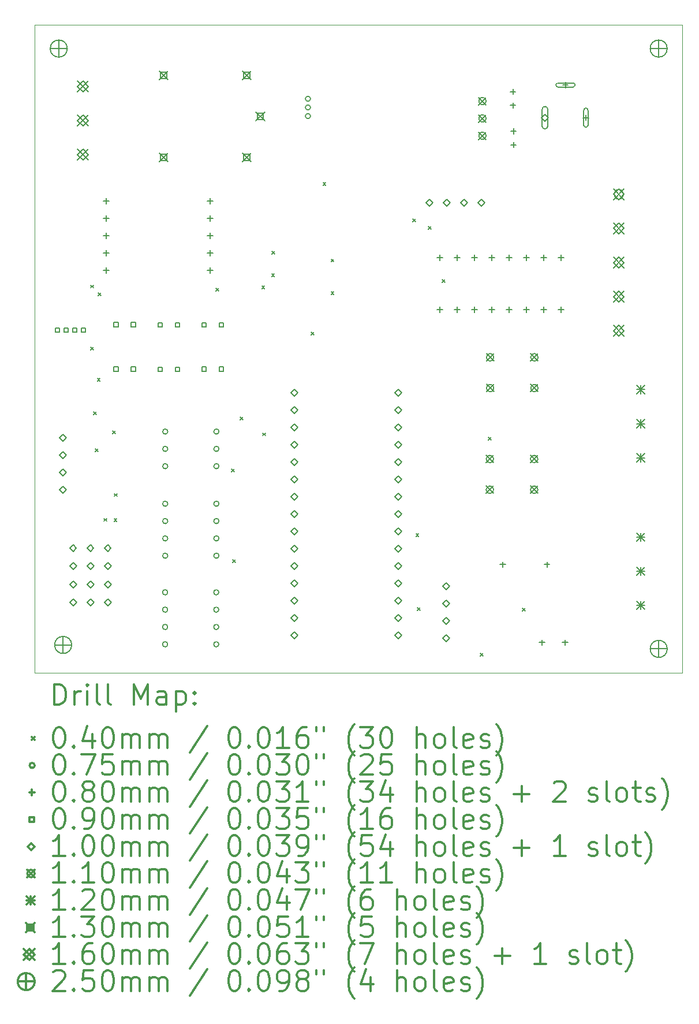
<source format=gbr>
%FSLAX45Y45*%
G04 Gerber Fmt 4.5, Leading zero omitted, Abs format (unit mm)*
G04 Created by KiCad (PCBNEW (5.1.5)-3) date 2020-09-27 11:43:20*
%MOMM*%
%LPD*%
G04 APERTURE LIST*
%TA.AperFunction,Profile*%
%ADD10C,0.050000*%
%TD*%
%ADD11C,0.200000*%
%ADD12C,0.300000*%
G04 APERTURE END LIST*
D10*
X1500124Y-11000232D02*
X11000000Y-11000000D01*
X11000000Y-11000000D02*
X11000000Y-1500000D01*
X11000000Y-1500000D02*
X1500000Y-1500000D01*
X1500000Y-11000000D02*
X1500000Y-1500000D01*
D11*
X2319086Y-6226114D02*
X2359086Y-6266114D01*
X2359086Y-6226114D02*
X2319086Y-6266114D01*
X2320356Y-5318064D02*
X2360356Y-5358064D01*
X2360356Y-5318064D02*
X2320356Y-5358064D01*
X2361250Y-7173280D02*
X2401250Y-7213280D01*
X2401250Y-7173280D02*
X2361250Y-7213280D01*
X2385126Y-7719634D02*
X2425126Y-7759634D01*
X2425126Y-7719634D02*
X2385126Y-7759634D01*
X2415098Y-6685600D02*
X2455098Y-6725600D01*
X2455098Y-6685600D02*
X2415098Y-6725600D01*
X2429830Y-5430586D02*
X2469830Y-5470586D01*
X2469830Y-5430586D02*
X2429830Y-5470586D01*
X2515936Y-8736904D02*
X2555936Y-8776904D01*
X2555936Y-8736904D02*
X2515936Y-8776904D01*
X2641412Y-7453188D02*
X2681412Y-7493188D01*
X2681412Y-7453188D02*
X2641412Y-7493188D01*
X2660970Y-8740968D02*
X2700970Y-8780968D01*
X2700970Y-8740968D02*
X2660970Y-8780968D01*
X2663002Y-8374446D02*
X2703002Y-8414446D01*
X2703002Y-8374446D02*
X2663002Y-8414446D01*
X4154490Y-5363530D02*
X4194490Y-5403530D01*
X4194490Y-5363530D02*
X4154490Y-5403530D01*
X4384106Y-8010972D02*
X4424106Y-8050972D01*
X4424106Y-8010972D02*
X4384106Y-8050972D01*
X4400870Y-9340916D02*
X4440870Y-9380916D01*
X4440870Y-9340916D02*
X4400870Y-9380916D01*
X4510852Y-7250496D02*
X4550852Y-7290496D01*
X4550852Y-7250496D02*
X4510852Y-7290496D01*
X4827844Y-5330764D02*
X4867844Y-5370764D01*
X4867844Y-5330764D02*
X4827844Y-5370764D01*
X4840798Y-7484938D02*
X4880798Y-7524938D01*
X4880798Y-7484938D02*
X4840798Y-7524938D01*
X4973894Y-5151948D02*
X5013894Y-5191948D01*
X5013894Y-5151948D02*
X4973894Y-5191948D01*
X4974656Y-4823526D02*
X5014656Y-4863526D01*
X5014656Y-4823526D02*
X4974656Y-4863526D01*
X5554792Y-6007420D02*
X5594792Y-6047420D01*
X5594792Y-6007420D02*
X5554792Y-6047420D01*
X5726496Y-3814384D02*
X5766496Y-3854384D01*
X5766496Y-3814384D02*
X5726496Y-3854384D01*
X5843844Y-5414838D02*
X5883844Y-5454838D01*
X5883844Y-5414838D02*
X5843844Y-5454838D01*
X5845622Y-4936302D02*
X5885622Y-4976302D01*
X5885622Y-4936302D02*
X5845622Y-4976302D01*
X7040184Y-4347784D02*
X7080184Y-4387784D01*
X7080184Y-4347784D02*
X7040184Y-4387784D01*
X7090222Y-8963980D02*
X7130222Y-9003980D01*
X7130222Y-8963980D02*
X7090222Y-9003980D01*
X7109526Y-10046782D02*
X7149526Y-10086782D01*
X7149526Y-10046782D02*
X7109526Y-10086782D01*
X7274118Y-4457004D02*
X7314118Y-4497004D01*
X7314118Y-4457004D02*
X7274118Y-4497004D01*
X7477281Y-5239615D02*
X7517281Y-5279615D01*
X7517281Y-5239615D02*
X7477281Y-5279615D01*
X8034340Y-10712516D02*
X8074340Y-10752516D01*
X8074340Y-10712516D02*
X8034340Y-10752516D01*
X8151942Y-7545644D02*
X8191942Y-7585644D01*
X8191942Y-7545644D02*
X8151942Y-7585644D01*
X8650798Y-10057196D02*
X8690798Y-10097196D01*
X8690798Y-10057196D02*
X8650798Y-10097196D01*
X3449132Y-7464552D02*
G75*
G03X3449132Y-7464552I-37500J0D01*
G01*
X3449132Y-7718552D02*
G75*
G03X3449132Y-7718552I-37500J0D01*
G01*
X3449132Y-7972552D02*
G75*
G03X3449132Y-7972552I-37500J0D01*
G01*
X4199132Y-7464552D02*
G75*
G03X4199132Y-7464552I-37500J0D01*
G01*
X4199132Y-7718552D02*
G75*
G03X4199132Y-7718552I-37500J0D01*
G01*
X4199132Y-7972552D02*
G75*
G03X4199132Y-7972552I-37500J0D01*
G01*
X3447608Y-9821164D02*
G75*
G03X3447608Y-9821164I-37500J0D01*
G01*
X3447608Y-10075164D02*
G75*
G03X3447608Y-10075164I-37500J0D01*
G01*
X3447608Y-10329164D02*
G75*
G03X3447608Y-10329164I-37500J0D01*
G01*
X3447608Y-10583164D02*
G75*
G03X3447608Y-10583164I-37500J0D01*
G01*
X4197608Y-9821164D02*
G75*
G03X4197608Y-9821164I-37500J0D01*
G01*
X4197608Y-10075164D02*
G75*
G03X4197608Y-10075164I-37500J0D01*
G01*
X4197608Y-10329164D02*
G75*
G03X4197608Y-10329164I-37500J0D01*
G01*
X4197608Y-10583164D02*
G75*
G03X4197608Y-10583164I-37500J0D01*
G01*
X3449008Y-8522592D02*
G75*
G03X3449008Y-8522592I-37500J0D01*
G01*
X3449008Y-8776592D02*
G75*
G03X3449008Y-8776592I-37500J0D01*
G01*
X3449008Y-9030592D02*
G75*
G03X3449008Y-9030592I-37500J0D01*
G01*
X3449008Y-9284592D02*
G75*
G03X3449008Y-9284592I-37500J0D01*
G01*
X4199008Y-8522592D02*
G75*
G03X4199008Y-8522592I-37500J0D01*
G01*
X4199008Y-8776592D02*
G75*
G03X4199008Y-8776592I-37500J0D01*
G01*
X4199008Y-9030592D02*
G75*
G03X4199008Y-9030592I-37500J0D01*
G01*
X4199008Y-9284592D02*
G75*
G03X4199008Y-9284592I-37500J0D01*
G01*
X5542188Y-2586228D02*
G75*
G03X5542188Y-2586228I-37500J0D01*
G01*
X5542188Y-2713228D02*
G75*
G03X5542188Y-2713228I-37500J0D01*
G01*
X5542188Y-2840228D02*
G75*
G03X5542188Y-2840228I-37500J0D01*
G01*
X7440044Y-4875284D02*
X7440044Y-4955284D01*
X7400044Y-4915284D02*
X7480044Y-4915284D01*
X7440044Y-5637284D02*
X7440044Y-5717284D01*
X7400044Y-5677284D02*
X7480044Y-5677284D01*
X7694044Y-4875284D02*
X7694044Y-4955284D01*
X7654044Y-4915284D02*
X7734044Y-4915284D01*
X7694044Y-5637284D02*
X7694044Y-5717284D01*
X7654044Y-5677284D02*
X7734044Y-5677284D01*
X7948044Y-4875284D02*
X7948044Y-4955284D01*
X7908044Y-4915284D02*
X7988044Y-4915284D01*
X7948044Y-5637284D02*
X7948044Y-5717284D01*
X7908044Y-5677284D02*
X7988044Y-5677284D01*
X8202044Y-4875284D02*
X8202044Y-4955284D01*
X8162044Y-4915284D02*
X8242044Y-4915284D01*
X8202044Y-5637284D02*
X8202044Y-5717284D01*
X8162044Y-5677284D02*
X8242044Y-5677284D01*
X8456044Y-4875284D02*
X8456044Y-4955284D01*
X8416044Y-4915284D02*
X8496044Y-4915284D01*
X8456044Y-5637284D02*
X8456044Y-5717284D01*
X8416044Y-5677284D02*
X8496044Y-5677284D01*
X8710044Y-4875284D02*
X8710044Y-4955284D01*
X8670044Y-4915284D02*
X8750044Y-4915284D01*
X8710044Y-5637284D02*
X8710044Y-5717284D01*
X8670044Y-5677284D02*
X8750044Y-5677284D01*
X8964044Y-4875284D02*
X8964044Y-4955284D01*
X8924044Y-4915284D02*
X9004044Y-4915284D01*
X8964044Y-5637284D02*
X8964044Y-5717284D01*
X8924044Y-5677284D02*
X9004044Y-5677284D01*
X9218044Y-4875284D02*
X9218044Y-4955284D01*
X9178044Y-4915284D02*
X9258044Y-4915284D01*
X9218044Y-5637284D02*
X9218044Y-5717284D01*
X9178044Y-5677284D02*
X9258044Y-5677284D01*
X8938768Y-10514716D02*
X8938768Y-10594716D01*
X8898768Y-10554716D02*
X8978768Y-10554716D01*
X9278768Y-10514716D02*
X9278768Y-10594716D01*
X9238768Y-10554716D02*
X9318768Y-10554716D01*
X8512940Y-2440948D02*
X8512940Y-2520948D01*
X8472940Y-2480948D02*
X8552940Y-2480948D01*
X8512940Y-2640948D02*
X8512940Y-2720948D01*
X8472940Y-2680948D02*
X8552940Y-2680948D01*
X8361800Y-9373748D02*
X8361800Y-9453748D01*
X8321800Y-9413748D02*
X8401800Y-9413748D01*
X9011800Y-9373748D02*
X9011800Y-9453748D01*
X8971800Y-9413748D02*
X9051800Y-9413748D01*
X8519544Y-3020220D02*
X8519544Y-3100220D01*
X8479544Y-3060220D02*
X8559544Y-3060220D01*
X8519544Y-3220220D02*
X8519544Y-3300220D01*
X8479544Y-3260220D02*
X8559544Y-3260220D01*
X2545712Y-4044704D02*
X2545712Y-4124704D01*
X2505712Y-4084704D02*
X2585712Y-4084704D01*
X2545712Y-4298704D02*
X2545712Y-4378704D01*
X2505712Y-4338704D02*
X2585712Y-4338704D01*
X2545712Y-4552704D02*
X2545712Y-4632704D01*
X2505712Y-4592704D02*
X2585712Y-4592704D01*
X2545712Y-4806704D02*
X2545712Y-4886704D01*
X2505712Y-4846704D02*
X2585712Y-4846704D01*
X2545712Y-5060704D02*
X2545712Y-5140704D01*
X2505712Y-5100704D02*
X2585712Y-5100704D01*
X4069712Y-4044704D02*
X4069712Y-4124704D01*
X4029712Y-4084704D02*
X4109712Y-4084704D01*
X4069712Y-4298704D02*
X4069712Y-4378704D01*
X4029712Y-4338704D02*
X4109712Y-4338704D01*
X4069712Y-4552704D02*
X4069712Y-4632704D01*
X4029712Y-4592704D02*
X4109712Y-4592704D01*
X4069712Y-4806704D02*
X4069712Y-4886704D01*
X4029712Y-4846704D02*
X4109712Y-4846704D01*
X4069712Y-5060704D02*
X4069712Y-5140704D01*
X4029712Y-5100704D02*
X4109712Y-5100704D01*
X9282052Y-2342964D02*
X9282052Y-2422964D01*
X9242052Y-2382964D02*
X9322052Y-2382964D01*
X9392052Y-2352964D02*
X9172052Y-2352964D01*
X9392052Y-2412964D02*
X9172052Y-2412964D01*
X9172052Y-2352964D02*
G75*
G03X9172052Y-2412964I0J-30000D01*
G01*
X9392052Y-2412964D02*
G75*
G03X9392052Y-2352964I0J30000D01*
G01*
X9582052Y-2822964D02*
X9582052Y-2902964D01*
X9542052Y-2862964D02*
X9622052Y-2862964D01*
X9612052Y-2972964D02*
X9612052Y-2752964D01*
X9552052Y-2972964D02*
X9552052Y-2752964D01*
X9612052Y-2752964D02*
G75*
G03X9552052Y-2752964I-30000J0D01*
G01*
X9552052Y-2972964D02*
G75*
G03X9612052Y-2972964I30000J0D01*
G01*
X2721804Y-6578292D02*
X2721804Y-6514652D01*
X2658164Y-6514652D01*
X2658164Y-6578292D01*
X2721804Y-6578292D01*
X2975804Y-6578292D02*
X2975804Y-6514652D01*
X2912164Y-6514652D01*
X2912164Y-6578292D01*
X2975804Y-6578292D01*
X4013648Y-5930592D02*
X4013648Y-5866952D01*
X3950008Y-5866952D01*
X3950008Y-5930592D01*
X4013648Y-5930592D01*
X4267648Y-5930592D02*
X4267648Y-5866952D01*
X4204008Y-5866952D01*
X4204008Y-5930592D01*
X4267648Y-5930592D01*
X3370012Y-6582356D02*
X3370012Y-6518716D01*
X3306372Y-6518716D01*
X3306372Y-6582356D01*
X3370012Y-6582356D01*
X3624012Y-6582356D02*
X3624012Y-6518716D01*
X3560372Y-6518716D01*
X3560372Y-6582356D01*
X3624012Y-6582356D01*
X1863284Y-6008824D02*
X1863284Y-5945184D01*
X1799644Y-5945184D01*
X1799644Y-6008824D01*
X1863284Y-6008824D01*
X1990284Y-6008824D02*
X1990284Y-5945184D01*
X1926644Y-5945184D01*
X1926644Y-6008824D01*
X1990284Y-6008824D01*
X2117284Y-6008824D02*
X2117284Y-5945184D01*
X2053644Y-5945184D01*
X2053644Y-6008824D01*
X2117284Y-6008824D01*
X2244284Y-6008824D02*
X2244284Y-5945184D01*
X2180644Y-5945184D01*
X2180644Y-6008824D01*
X2244284Y-6008824D01*
X2719772Y-5928560D02*
X2719772Y-5864920D01*
X2656132Y-5864920D01*
X2656132Y-5928560D01*
X2719772Y-5928560D01*
X2973772Y-5928560D02*
X2973772Y-5864920D01*
X2910132Y-5864920D01*
X2910132Y-5928560D01*
X2973772Y-5928560D01*
X4013648Y-6580324D02*
X4013648Y-6516684D01*
X3950008Y-6516684D01*
X3950008Y-6580324D01*
X4013648Y-6580324D01*
X4267648Y-6580324D02*
X4267648Y-6516684D01*
X4204008Y-6516684D01*
X4204008Y-6580324D01*
X4267648Y-6580324D01*
X3367472Y-5930592D02*
X3367472Y-5866952D01*
X3303832Y-5866952D01*
X3303832Y-5930592D01*
X3367472Y-5930592D01*
X3621472Y-5930592D02*
X3621472Y-5866952D01*
X3557832Y-5866952D01*
X3557832Y-5930592D01*
X3621472Y-5930592D01*
X2060324Y-9485468D02*
X2110324Y-9435468D01*
X2060324Y-9385468D01*
X2010324Y-9435468D01*
X2060324Y-9485468D01*
X2314324Y-9485468D02*
X2364324Y-9435468D01*
X2314324Y-9385468D01*
X2264324Y-9435468D01*
X2314324Y-9485468D01*
X2568324Y-9485468D02*
X2618324Y-9435468D01*
X2568324Y-9385468D01*
X2518324Y-9435468D01*
X2568324Y-9485468D01*
X7535672Y-9782772D02*
X7585672Y-9732772D01*
X7535672Y-9682772D01*
X7485672Y-9732772D01*
X7535672Y-9782772D01*
X7535672Y-10036772D02*
X7585672Y-9986772D01*
X7535672Y-9936772D01*
X7485672Y-9986772D01*
X7535672Y-10036772D01*
X7535672Y-10290772D02*
X7585672Y-10240772D01*
X7535672Y-10190772D01*
X7485672Y-10240772D01*
X7535672Y-10290772D01*
X7535672Y-10544772D02*
X7585672Y-10494772D01*
X7535672Y-10444772D01*
X7485672Y-10494772D01*
X7535672Y-10544772D01*
X1913128Y-7603198D02*
X1963128Y-7553198D01*
X1913128Y-7503198D01*
X1863128Y-7553198D01*
X1913128Y-7603198D01*
X1913128Y-7857198D02*
X1963128Y-7807198D01*
X1913128Y-7757198D01*
X1863128Y-7807198D01*
X1913128Y-7857198D01*
X1913128Y-8111198D02*
X1963128Y-8061198D01*
X1913128Y-8011198D01*
X1863128Y-8061198D01*
X1913128Y-8111198D01*
X1913128Y-8365198D02*
X1963128Y-8315198D01*
X1913128Y-8265198D01*
X1863128Y-8315198D01*
X1913128Y-8365198D01*
X2059816Y-9225880D02*
X2109816Y-9175880D01*
X2059816Y-9125880D01*
X2009816Y-9175880D01*
X2059816Y-9225880D01*
X2313816Y-9225880D02*
X2363816Y-9175880D01*
X2313816Y-9125880D01*
X2263816Y-9175880D01*
X2313816Y-9225880D01*
X2567816Y-9225880D02*
X2617816Y-9175880D01*
X2567816Y-9125880D01*
X2517816Y-9175880D01*
X2567816Y-9225880D01*
X7290692Y-4157564D02*
X7340692Y-4107564D01*
X7290692Y-4057564D01*
X7240692Y-4107564D01*
X7290692Y-4157564D01*
X7544692Y-4157564D02*
X7594692Y-4107564D01*
X7544692Y-4057564D01*
X7494692Y-4107564D01*
X7544692Y-4157564D01*
X7798692Y-4157564D02*
X7848692Y-4107564D01*
X7798692Y-4057564D01*
X7748692Y-4107564D01*
X7798692Y-4157564D01*
X8052692Y-4157564D02*
X8102692Y-4107564D01*
X8052692Y-4057564D01*
X8002692Y-4107564D01*
X8052692Y-4157564D01*
X6831968Y-6947500D02*
X6881968Y-6897500D01*
X6831968Y-6847500D01*
X6781968Y-6897500D01*
X6831968Y-6947500D01*
X6831968Y-7201500D02*
X6881968Y-7151500D01*
X6831968Y-7101500D01*
X6781968Y-7151500D01*
X6831968Y-7201500D01*
X6831968Y-7455500D02*
X6881968Y-7405500D01*
X6831968Y-7355500D01*
X6781968Y-7405500D01*
X6831968Y-7455500D01*
X6831968Y-7709500D02*
X6881968Y-7659500D01*
X6831968Y-7609500D01*
X6781968Y-7659500D01*
X6831968Y-7709500D01*
X6831968Y-7963500D02*
X6881968Y-7913500D01*
X6831968Y-7863500D01*
X6781968Y-7913500D01*
X6831968Y-7963500D01*
X6831968Y-8217500D02*
X6881968Y-8167500D01*
X6831968Y-8117500D01*
X6781968Y-8167500D01*
X6831968Y-8217500D01*
X6831968Y-8471500D02*
X6881968Y-8421500D01*
X6831968Y-8371500D01*
X6781968Y-8421500D01*
X6831968Y-8471500D01*
X6831968Y-8725500D02*
X6881968Y-8675500D01*
X6831968Y-8625500D01*
X6781968Y-8675500D01*
X6831968Y-8725500D01*
X6831968Y-8979500D02*
X6881968Y-8929500D01*
X6831968Y-8879500D01*
X6781968Y-8929500D01*
X6831968Y-8979500D01*
X6831968Y-9233500D02*
X6881968Y-9183500D01*
X6831968Y-9133500D01*
X6781968Y-9183500D01*
X6831968Y-9233500D01*
X6831968Y-9487500D02*
X6881968Y-9437500D01*
X6831968Y-9387500D01*
X6781968Y-9437500D01*
X6831968Y-9487500D01*
X6831968Y-9741500D02*
X6881968Y-9691500D01*
X6831968Y-9641500D01*
X6781968Y-9691500D01*
X6831968Y-9741500D01*
X6831968Y-9995500D02*
X6881968Y-9945500D01*
X6831968Y-9895500D01*
X6781968Y-9945500D01*
X6831968Y-9995500D01*
X6831968Y-10249500D02*
X6881968Y-10199500D01*
X6831968Y-10149500D01*
X6781968Y-10199500D01*
X6831968Y-10249500D01*
X6831968Y-10503500D02*
X6881968Y-10453500D01*
X6831968Y-10403500D01*
X6781968Y-10453500D01*
X6831968Y-10503500D01*
X2060832Y-9753692D02*
X2110832Y-9703692D01*
X2060832Y-9653692D01*
X2010832Y-9703692D01*
X2060832Y-9753692D01*
X2314832Y-9753692D02*
X2364832Y-9703692D01*
X2314832Y-9653692D01*
X2264832Y-9703692D01*
X2314832Y-9753692D01*
X2568832Y-9753692D02*
X2618832Y-9703692D01*
X2568832Y-9653692D01*
X2518832Y-9703692D01*
X2568832Y-9753692D01*
X5307968Y-6948008D02*
X5357968Y-6898008D01*
X5307968Y-6848008D01*
X5257968Y-6898008D01*
X5307968Y-6948008D01*
X5307968Y-7202008D02*
X5357968Y-7152008D01*
X5307968Y-7102008D01*
X5257968Y-7152008D01*
X5307968Y-7202008D01*
X5307968Y-7456008D02*
X5357968Y-7406008D01*
X5307968Y-7356008D01*
X5257968Y-7406008D01*
X5307968Y-7456008D01*
X5307968Y-7710008D02*
X5357968Y-7660008D01*
X5307968Y-7610008D01*
X5257968Y-7660008D01*
X5307968Y-7710008D01*
X5307968Y-7964008D02*
X5357968Y-7914008D01*
X5307968Y-7864008D01*
X5257968Y-7914008D01*
X5307968Y-7964008D01*
X5307968Y-8218008D02*
X5357968Y-8168008D01*
X5307968Y-8118008D01*
X5257968Y-8168008D01*
X5307968Y-8218008D01*
X5307968Y-8472008D02*
X5357968Y-8422008D01*
X5307968Y-8372008D01*
X5257968Y-8422008D01*
X5307968Y-8472008D01*
X5307968Y-8726008D02*
X5357968Y-8676008D01*
X5307968Y-8626008D01*
X5257968Y-8676008D01*
X5307968Y-8726008D01*
X5307968Y-8980008D02*
X5357968Y-8930008D01*
X5307968Y-8880008D01*
X5257968Y-8930008D01*
X5307968Y-8980008D01*
X5307968Y-9234008D02*
X5357968Y-9184008D01*
X5307968Y-9134008D01*
X5257968Y-9184008D01*
X5307968Y-9234008D01*
X5307968Y-9488008D02*
X5357968Y-9438008D01*
X5307968Y-9388008D01*
X5257968Y-9438008D01*
X5307968Y-9488008D01*
X5307968Y-9742008D02*
X5357968Y-9692008D01*
X5307968Y-9642008D01*
X5257968Y-9692008D01*
X5307968Y-9742008D01*
X5307968Y-9996008D02*
X5357968Y-9946008D01*
X5307968Y-9896008D01*
X5257968Y-9946008D01*
X5307968Y-9996008D01*
X5307968Y-10250008D02*
X5357968Y-10200008D01*
X5307968Y-10150008D01*
X5257968Y-10200008D01*
X5307968Y-10250008D01*
X5307968Y-10504008D02*
X5357968Y-10454008D01*
X5307968Y-10404008D01*
X5257968Y-10454008D01*
X5307968Y-10504008D01*
X8982052Y-2912964D02*
X9032052Y-2862964D01*
X8982052Y-2812964D01*
X8932052Y-2862964D01*
X8982052Y-2912964D01*
X9022052Y-2987964D02*
X9022052Y-2737964D01*
X8942052Y-2987964D02*
X8942052Y-2737964D01*
X9022052Y-2737964D02*
G75*
G03X8942052Y-2737964I-40000J0D01*
G01*
X8942052Y-2987964D02*
G75*
G03X9022052Y-2987964I40000J0D01*
G01*
X2060832Y-10021408D02*
X2110832Y-9971408D01*
X2060832Y-9921408D01*
X2010832Y-9971408D01*
X2060832Y-10021408D01*
X2314832Y-10021408D02*
X2364832Y-9971408D01*
X2314832Y-9921408D01*
X2264832Y-9971408D01*
X2314832Y-10021408D01*
X2568832Y-10021408D02*
X2618832Y-9971408D01*
X2568832Y-9921408D01*
X2518832Y-9971408D01*
X2568832Y-10021408D01*
X8122276Y-6321416D02*
X8232276Y-6431416D01*
X8232276Y-6321416D02*
X8122276Y-6431416D01*
X8232276Y-6376416D02*
G75*
G03X8232276Y-6376416I-55000J0D01*
G01*
X8122276Y-6771416D02*
X8232276Y-6881416D01*
X8232276Y-6771416D02*
X8122276Y-6881416D01*
X8232276Y-6826416D02*
G75*
G03X8232276Y-6826416I-55000J0D01*
G01*
X8772276Y-6321416D02*
X8882276Y-6431416D01*
X8882276Y-6321416D02*
X8772276Y-6431416D01*
X8882276Y-6376416D02*
G75*
G03X8882276Y-6376416I-55000J0D01*
G01*
X8772276Y-6771416D02*
X8882276Y-6881416D01*
X8882276Y-6771416D02*
X8772276Y-6881416D01*
X8882276Y-6826416D02*
G75*
G03X8882276Y-6826416I-55000J0D01*
G01*
X8118720Y-7811380D02*
X8228720Y-7921380D01*
X8228720Y-7811380D02*
X8118720Y-7921380D01*
X8228720Y-7866380D02*
G75*
G03X8228720Y-7866380I-55000J0D01*
G01*
X8118720Y-8261380D02*
X8228720Y-8371380D01*
X8228720Y-8261380D02*
X8118720Y-8371380D01*
X8228720Y-8316380D02*
G75*
G03X8228720Y-8316380I-55000J0D01*
G01*
X8768720Y-7811380D02*
X8878720Y-7921380D01*
X8878720Y-7811380D02*
X8768720Y-7921380D01*
X8878720Y-7866380D02*
G75*
G03X8878720Y-7866380I-55000J0D01*
G01*
X8768720Y-8261380D02*
X8878720Y-8371380D01*
X8878720Y-8261380D02*
X8768720Y-8371380D01*
X8878720Y-8316380D02*
G75*
G03X8878720Y-8316380I-55000J0D01*
G01*
X8009884Y-2564632D02*
X8119884Y-2674632D01*
X8119884Y-2564632D02*
X8009884Y-2674632D01*
X8119884Y-2619632D02*
G75*
G03X8119884Y-2619632I-55000J0D01*
G01*
X8009884Y-2818632D02*
X8119884Y-2928632D01*
X8119884Y-2818632D02*
X8009884Y-2928632D01*
X8119884Y-2873632D02*
G75*
G03X8119884Y-2873632I-55000J0D01*
G01*
X8009884Y-3072632D02*
X8119884Y-3182632D01*
X8119884Y-3072632D02*
X8009884Y-3182632D01*
X8119884Y-3127632D02*
G75*
G03X8119884Y-3127632I-55000J0D01*
G01*
X10328092Y-6788220D02*
X10448092Y-6908220D01*
X10448092Y-6788220D02*
X10328092Y-6908220D01*
X10388092Y-6788220D02*
X10388092Y-6908220D01*
X10328092Y-6848220D02*
X10448092Y-6848220D01*
X10328092Y-7288220D02*
X10448092Y-7408220D01*
X10448092Y-7288220D02*
X10328092Y-7408220D01*
X10388092Y-7288220D02*
X10388092Y-7408220D01*
X10328092Y-7348220D02*
X10448092Y-7348220D01*
X10328092Y-7788220D02*
X10448092Y-7908220D01*
X10448092Y-7788220D02*
X10328092Y-7908220D01*
X10388092Y-7788220D02*
X10388092Y-7908220D01*
X10328092Y-7848220D02*
X10448092Y-7848220D01*
X10323520Y-8953824D02*
X10443520Y-9073824D01*
X10443520Y-8953824D02*
X10323520Y-9073824D01*
X10383520Y-8953824D02*
X10383520Y-9073824D01*
X10323520Y-9013824D02*
X10443520Y-9013824D01*
X10323520Y-9453824D02*
X10443520Y-9573824D01*
X10443520Y-9453824D02*
X10323520Y-9573824D01*
X10383520Y-9453824D02*
X10383520Y-9573824D01*
X10323520Y-9513824D02*
X10443520Y-9513824D01*
X10323520Y-9953824D02*
X10443520Y-10073824D01*
X10443520Y-9953824D02*
X10323520Y-10073824D01*
X10383520Y-9953824D02*
X10383520Y-10073824D01*
X10323520Y-10013824D02*
X10443520Y-10013824D01*
X3322204Y-2179292D02*
X3452204Y-2309292D01*
X3452204Y-2179292D02*
X3322204Y-2309292D01*
X3433166Y-2290254D02*
X3433166Y-2198330D01*
X3341242Y-2198330D01*
X3341242Y-2290254D01*
X3433166Y-2290254D01*
X3322204Y-3379292D02*
X3452204Y-3509292D01*
X3452204Y-3379292D02*
X3322204Y-3509292D01*
X3433166Y-3490254D02*
X3433166Y-3398330D01*
X3341242Y-3398330D01*
X3341242Y-3490254D01*
X3433166Y-3490254D01*
X4542204Y-2179292D02*
X4672204Y-2309292D01*
X4672204Y-2179292D02*
X4542204Y-2309292D01*
X4653166Y-2290254D02*
X4653166Y-2198330D01*
X4561242Y-2198330D01*
X4561242Y-2290254D01*
X4653166Y-2290254D01*
X4542204Y-3379292D02*
X4672204Y-3509292D01*
X4672204Y-3379292D02*
X4542204Y-3509292D01*
X4653166Y-3490254D02*
X4653166Y-3398330D01*
X4561242Y-3398330D01*
X4561242Y-3490254D01*
X4653166Y-3490254D01*
X4742204Y-2779292D02*
X4872204Y-2909292D01*
X4872204Y-2779292D02*
X4742204Y-2909292D01*
X4853166Y-2890254D02*
X4853166Y-2798330D01*
X4761242Y-2798330D01*
X4761242Y-2890254D01*
X4853166Y-2890254D01*
X2124848Y-2325060D02*
X2284848Y-2485060D01*
X2284848Y-2325060D02*
X2124848Y-2485060D01*
X2204848Y-2485060D02*
X2284848Y-2405060D01*
X2204848Y-2325060D01*
X2124848Y-2405060D01*
X2204848Y-2485060D01*
X2124848Y-2825060D02*
X2284848Y-2985060D01*
X2284848Y-2825060D02*
X2124848Y-2985060D01*
X2204848Y-2985060D02*
X2284848Y-2905060D01*
X2204848Y-2825060D01*
X2124848Y-2905060D01*
X2204848Y-2985060D01*
X2124848Y-3325060D02*
X2284848Y-3485060D01*
X2284848Y-3325060D02*
X2124848Y-3485060D01*
X2204848Y-3485060D02*
X2284848Y-3405060D01*
X2204848Y-3325060D01*
X2124848Y-3405060D01*
X2204848Y-3485060D01*
X9984752Y-3906216D02*
X10144752Y-4066216D01*
X10144752Y-3906216D02*
X9984752Y-4066216D01*
X10064752Y-4066216D02*
X10144752Y-3986216D01*
X10064752Y-3906216D01*
X9984752Y-3986216D01*
X10064752Y-4066216D01*
X10064752Y-3916216D02*
X10064752Y-3916216D01*
X10064752Y-4056216D02*
X10064752Y-4056216D01*
X10064752Y-3916216D02*
G75*
G03X10064752Y-4056216I0J-70000D01*
G01*
X10064752Y-4056216D02*
G75*
G03X10064752Y-3916216I0J70000D01*
G01*
X9984752Y-4406216D02*
X10144752Y-4566216D01*
X10144752Y-4406216D02*
X9984752Y-4566216D01*
X10064752Y-4566216D02*
X10144752Y-4486216D01*
X10064752Y-4406216D01*
X9984752Y-4486216D01*
X10064752Y-4566216D01*
X9984752Y-4906216D02*
X10144752Y-5066216D01*
X10144752Y-4906216D02*
X9984752Y-5066216D01*
X10064752Y-5066216D02*
X10144752Y-4986216D01*
X10064752Y-4906216D01*
X9984752Y-4986216D01*
X10064752Y-5066216D01*
X9984752Y-5406216D02*
X10144752Y-5566216D01*
X10144752Y-5406216D02*
X9984752Y-5566216D01*
X10064752Y-5566216D02*
X10144752Y-5486216D01*
X10064752Y-5406216D01*
X9984752Y-5486216D01*
X10064752Y-5566216D01*
X9984752Y-5906216D02*
X10144752Y-6066216D01*
X10144752Y-5906216D02*
X9984752Y-6066216D01*
X10064752Y-6066216D02*
X10144752Y-5986216D01*
X10064752Y-5906216D01*
X9984752Y-5986216D01*
X10064752Y-6066216D01*
X1850000Y-1725000D02*
X1850000Y-1975000D01*
X1725000Y-1850000D02*
X1975000Y-1850000D01*
X1975000Y-1850000D02*
G75*
G03X1975000Y-1850000I-125000J0D01*
G01*
X1914144Y-10466800D02*
X1914144Y-10716800D01*
X1789144Y-10591800D02*
X2039144Y-10591800D01*
X2039144Y-10591800D02*
G75*
G03X2039144Y-10591800I-125000J0D01*
G01*
X10650000Y-1725000D02*
X10650000Y-1975000D01*
X10525000Y-1850000D02*
X10775000Y-1850000D01*
X10775000Y-1850000D02*
G75*
G03X10775000Y-1850000I-125000J0D01*
G01*
X10650000Y-10525000D02*
X10650000Y-10775000D01*
X10525000Y-10650000D02*
X10775000Y-10650000D01*
X10775000Y-10650000D02*
G75*
G03X10775000Y-10650000I-125000J0D01*
G01*
D12*
X1783928Y-11468446D02*
X1783928Y-11168446D01*
X1855357Y-11168446D01*
X1898214Y-11182732D01*
X1926786Y-11211303D01*
X1941071Y-11239875D01*
X1955357Y-11297018D01*
X1955357Y-11339875D01*
X1941071Y-11397018D01*
X1926786Y-11425589D01*
X1898214Y-11454161D01*
X1855357Y-11468446D01*
X1783928Y-11468446D01*
X2083928Y-11468446D02*
X2083928Y-11268446D01*
X2083928Y-11325589D02*
X2098214Y-11297018D01*
X2112500Y-11282732D01*
X2141071Y-11268446D01*
X2169643Y-11268446D01*
X2269643Y-11468446D02*
X2269643Y-11268446D01*
X2269643Y-11168446D02*
X2255357Y-11182732D01*
X2269643Y-11197018D01*
X2283928Y-11182732D01*
X2269643Y-11168446D01*
X2269643Y-11197018D01*
X2455357Y-11468446D02*
X2426786Y-11454161D01*
X2412500Y-11425589D01*
X2412500Y-11168446D01*
X2612500Y-11468446D02*
X2583928Y-11454161D01*
X2569643Y-11425589D01*
X2569643Y-11168446D01*
X2955357Y-11468446D02*
X2955357Y-11168446D01*
X3055357Y-11382732D01*
X3155357Y-11168446D01*
X3155357Y-11468446D01*
X3426786Y-11468446D02*
X3426786Y-11311303D01*
X3412500Y-11282732D01*
X3383928Y-11268446D01*
X3326786Y-11268446D01*
X3298214Y-11282732D01*
X3426786Y-11454161D02*
X3398214Y-11468446D01*
X3326786Y-11468446D01*
X3298214Y-11454161D01*
X3283928Y-11425589D01*
X3283928Y-11397018D01*
X3298214Y-11368446D01*
X3326786Y-11354161D01*
X3398214Y-11354161D01*
X3426786Y-11339875D01*
X3569643Y-11268446D02*
X3569643Y-11568446D01*
X3569643Y-11282732D02*
X3598214Y-11268446D01*
X3655357Y-11268446D01*
X3683928Y-11282732D01*
X3698214Y-11297018D01*
X3712500Y-11325589D01*
X3712500Y-11411303D01*
X3698214Y-11439875D01*
X3683928Y-11454161D01*
X3655357Y-11468446D01*
X3598214Y-11468446D01*
X3569643Y-11454161D01*
X3841071Y-11439875D02*
X3855357Y-11454161D01*
X3841071Y-11468446D01*
X3826786Y-11454161D01*
X3841071Y-11439875D01*
X3841071Y-11468446D01*
X3841071Y-11282732D02*
X3855357Y-11297018D01*
X3841071Y-11311303D01*
X3826786Y-11297018D01*
X3841071Y-11282732D01*
X3841071Y-11311303D01*
X1457500Y-11942732D02*
X1497500Y-11982732D01*
X1497500Y-11942732D02*
X1457500Y-11982732D01*
X1841071Y-11798446D02*
X1869643Y-11798446D01*
X1898214Y-11812732D01*
X1912500Y-11827018D01*
X1926786Y-11855589D01*
X1941071Y-11912732D01*
X1941071Y-11984161D01*
X1926786Y-12041303D01*
X1912500Y-12069875D01*
X1898214Y-12084161D01*
X1869643Y-12098446D01*
X1841071Y-12098446D01*
X1812500Y-12084161D01*
X1798214Y-12069875D01*
X1783928Y-12041303D01*
X1769643Y-11984161D01*
X1769643Y-11912732D01*
X1783928Y-11855589D01*
X1798214Y-11827018D01*
X1812500Y-11812732D01*
X1841071Y-11798446D01*
X2069643Y-12069875D02*
X2083928Y-12084161D01*
X2069643Y-12098446D01*
X2055357Y-12084161D01*
X2069643Y-12069875D01*
X2069643Y-12098446D01*
X2341071Y-11898446D02*
X2341071Y-12098446D01*
X2269643Y-11784161D02*
X2198214Y-11998446D01*
X2383928Y-11998446D01*
X2555357Y-11798446D02*
X2583928Y-11798446D01*
X2612500Y-11812732D01*
X2626786Y-11827018D01*
X2641071Y-11855589D01*
X2655357Y-11912732D01*
X2655357Y-11984161D01*
X2641071Y-12041303D01*
X2626786Y-12069875D01*
X2612500Y-12084161D01*
X2583928Y-12098446D01*
X2555357Y-12098446D01*
X2526786Y-12084161D01*
X2512500Y-12069875D01*
X2498214Y-12041303D01*
X2483928Y-11984161D01*
X2483928Y-11912732D01*
X2498214Y-11855589D01*
X2512500Y-11827018D01*
X2526786Y-11812732D01*
X2555357Y-11798446D01*
X2783928Y-12098446D02*
X2783928Y-11898446D01*
X2783928Y-11927018D02*
X2798214Y-11912732D01*
X2826786Y-11898446D01*
X2869643Y-11898446D01*
X2898214Y-11912732D01*
X2912500Y-11941303D01*
X2912500Y-12098446D01*
X2912500Y-11941303D02*
X2926786Y-11912732D01*
X2955357Y-11898446D01*
X2998214Y-11898446D01*
X3026786Y-11912732D01*
X3041071Y-11941303D01*
X3041071Y-12098446D01*
X3183928Y-12098446D02*
X3183928Y-11898446D01*
X3183928Y-11927018D02*
X3198214Y-11912732D01*
X3226786Y-11898446D01*
X3269643Y-11898446D01*
X3298214Y-11912732D01*
X3312500Y-11941303D01*
X3312500Y-12098446D01*
X3312500Y-11941303D02*
X3326786Y-11912732D01*
X3355357Y-11898446D01*
X3398214Y-11898446D01*
X3426786Y-11912732D01*
X3441071Y-11941303D01*
X3441071Y-12098446D01*
X4026786Y-11784161D02*
X3769643Y-12169875D01*
X4412500Y-11798446D02*
X4441071Y-11798446D01*
X4469643Y-11812732D01*
X4483928Y-11827018D01*
X4498214Y-11855589D01*
X4512500Y-11912732D01*
X4512500Y-11984161D01*
X4498214Y-12041303D01*
X4483928Y-12069875D01*
X4469643Y-12084161D01*
X4441071Y-12098446D01*
X4412500Y-12098446D01*
X4383928Y-12084161D01*
X4369643Y-12069875D01*
X4355357Y-12041303D01*
X4341071Y-11984161D01*
X4341071Y-11912732D01*
X4355357Y-11855589D01*
X4369643Y-11827018D01*
X4383928Y-11812732D01*
X4412500Y-11798446D01*
X4641071Y-12069875D02*
X4655357Y-12084161D01*
X4641071Y-12098446D01*
X4626786Y-12084161D01*
X4641071Y-12069875D01*
X4641071Y-12098446D01*
X4841071Y-11798446D02*
X4869643Y-11798446D01*
X4898214Y-11812732D01*
X4912500Y-11827018D01*
X4926786Y-11855589D01*
X4941071Y-11912732D01*
X4941071Y-11984161D01*
X4926786Y-12041303D01*
X4912500Y-12069875D01*
X4898214Y-12084161D01*
X4869643Y-12098446D01*
X4841071Y-12098446D01*
X4812500Y-12084161D01*
X4798214Y-12069875D01*
X4783928Y-12041303D01*
X4769643Y-11984161D01*
X4769643Y-11912732D01*
X4783928Y-11855589D01*
X4798214Y-11827018D01*
X4812500Y-11812732D01*
X4841071Y-11798446D01*
X5226786Y-12098446D02*
X5055357Y-12098446D01*
X5141071Y-12098446D02*
X5141071Y-11798446D01*
X5112500Y-11841303D01*
X5083928Y-11869875D01*
X5055357Y-11884161D01*
X5483928Y-11798446D02*
X5426786Y-11798446D01*
X5398214Y-11812732D01*
X5383928Y-11827018D01*
X5355357Y-11869875D01*
X5341071Y-11927018D01*
X5341071Y-12041303D01*
X5355357Y-12069875D01*
X5369643Y-12084161D01*
X5398214Y-12098446D01*
X5455357Y-12098446D01*
X5483928Y-12084161D01*
X5498214Y-12069875D01*
X5512500Y-12041303D01*
X5512500Y-11969875D01*
X5498214Y-11941303D01*
X5483928Y-11927018D01*
X5455357Y-11912732D01*
X5398214Y-11912732D01*
X5369643Y-11927018D01*
X5355357Y-11941303D01*
X5341071Y-11969875D01*
X5626786Y-11798446D02*
X5626786Y-11855589D01*
X5741071Y-11798446D02*
X5741071Y-11855589D01*
X6183928Y-12212732D02*
X6169643Y-12198446D01*
X6141071Y-12155589D01*
X6126786Y-12127018D01*
X6112500Y-12084161D01*
X6098214Y-12012732D01*
X6098214Y-11955589D01*
X6112500Y-11884161D01*
X6126786Y-11841303D01*
X6141071Y-11812732D01*
X6169643Y-11769875D01*
X6183928Y-11755589D01*
X6269643Y-11798446D02*
X6455357Y-11798446D01*
X6355357Y-11912732D01*
X6398214Y-11912732D01*
X6426786Y-11927018D01*
X6441071Y-11941303D01*
X6455357Y-11969875D01*
X6455357Y-12041303D01*
X6441071Y-12069875D01*
X6426786Y-12084161D01*
X6398214Y-12098446D01*
X6312500Y-12098446D01*
X6283928Y-12084161D01*
X6269643Y-12069875D01*
X6641071Y-11798446D02*
X6669643Y-11798446D01*
X6698214Y-11812732D01*
X6712500Y-11827018D01*
X6726786Y-11855589D01*
X6741071Y-11912732D01*
X6741071Y-11984161D01*
X6726786Y-12041303D01*
X6712500Y-12069875D01*
X6698214Y-12084161D01*
X6669643Y-12098446D01*
X6641071Y-12098446D01*
X6612500Y-12084161D01*
X6598214Y-12069875D01*
X6583928Y-12041303D01*
X6569643Y-11984161D01*
X6569643Y-11912732D01*
X6583928Y-11855589D01*
X6598214Y-11827018D01*
X6612500Y-11812732D01*
X6641071Y-11798446D01*
X7098214Y-12098446D02*
X7098214Y-11798446D01*
X7226786Y-12098446D02*
X7226786Y-11941303D01*
X7212500Y-11912732D01*
X7183928Y-11898446D01*
X7141071Y-11898446D01*
X7112500Y-11912732D01*
X7098214Y-11927018D01*
X7412500Y-12098446D02*
X7383928Y-12084161D01*
X7369643Y-12069875D01*
X7355357Y-12041303D01*
X7355357Y-11955589D01*
X7369643Y-11927018D01*
X7383928Y-11912732D01*
X7412500Y-11898446D01*
X7455357Y-11898446D01*
X7483928Y-11912732D01*
X7498214Y-11927018D01*
X7512500Y-11955589D01*
X7512500Y-12041303D01*
X7498214Y-12069875D01*
X7483928Y-12084161D01*
X7455357Y-12098446D01*
X7412500Y-12098446D01*
X7683928Y-12098446D02*
X7655357Y-12084161D01*
X7641071Y-12055589D01*
X7641071Y-11798446D01*
X7912500Y-12084161D02*
X7883928Y-12098446D01*
X7826786Y-12098446D01*
X7798214Y-12084161D01*
X7783928Y-12055589D01*
X7783928Y-11941303D01*
X7798214Y-11912732D01*
X7826786Y-11898446D01*
X7883928Y-11898446D01*
X7912500Y-11912732D01*
X7926786Y-11941303D01*
X7926786Y-11969875D01*
X7783928Y-11998446D01*
X8041071Y-12084161D02*
X8069643Y-12098446D01*
X8126786Y-12098446D01*
X8155357Y-12084161D01*
X8169643Y-12055589D01*
X8169643Y-12041303D01*
X8155357Y-12012732D01*
X8126786Y-11998446D01*
X8083928Y-11998446D01*
X8055357Y-11984161D01*
X8041071Y-11955589D01*
X8041071Y-11941303D01*
X8055357Y-11912732D01*
X8083928Y-11898446D01*
X8126786Y-11898446D01*
X8155357Y-11912732D01*
X8269643Y-12212732D02*
X8283928Y-12198446D01*
X8312500Y-12155589D01*
X8326786Y-12127018D01*
X8341071Y-12084161D01*
X8355357Y-12012732D01*
X8355357Y-11955589D01*
X8341071Y-11884161D01*
X8326786Y-11841303D01*
X8312500Y-11812732D01*
X8283928Y-11769875D01*
X8269643Y-11755589D01*
X1497500Y-12358732D02*
G75*
G03X1497500Y-12358732I-37500J0D01*
G01*
X1841071Y-12194446D02*
X1869643Y-12194446D01*
X1898214Y-12208732D01*
X1912500Y-12223018D01*
X1926786Y-12251589D01*
X1941071Y-12308732D01*
X1941071Y-12380161D01*
X1926786Y-12437303D01*
X1912500Y-12465875D01*
X1898214Y-12480161D01*
X1869643Y-12494446D01*
X1841071Y-12494446D01*
X1812500Y-12480161D01*
X1798214Y-12465875D01*
X1783928Y-12437303D01*
X1769643Y-12380161D01*
X1769643Y-12308732D01*
X1783928Y-12251589D01*
X1798214Y-12223018D01*
X1812500Y-12208732D01*
X1841071Y-12194446D01*
X2069643Y-12465875D02*
X2083928Y-12480161D01*
X2069643Y-12494446D01*
X2055357Y-12480161D01*
X2069643Y-12465875D01*
X2069643Y-12494446D01*
X2183928Y-12194446D02*
X2383928Y-12194446D01*
X2255357Y-12494446D01*
X2641071Y-12194446D02*
X2498214Y-12194446D01*
X2483928Y-12337303D01*
X2498214Y-12323018D01*
X2526786Y-12308732D01*
X2598214Y-12308732D01*
X2626786Y-12323018D01*
X2641071Y-12337303D01*
X2655357Y-12365875D01*
X2655357Y-12437303D01*
X2641071Y-12465875D01*
X2626786Y-12480161D01*
X2598214Y-12494446D01*
X2526786Y-12494446D01*
X2498214Y-12480161D01*
X2483928Y-12465875D01*
X2783928Y-12494446D02*
X2783928Y-12294446D01*
X2783928Y-12323018D02*
X2798214Y-12308732D01*
X2826786Y-12294446D01*
X2869643Y-12294446D01*
X2898214Y-12308732D01*
X2912500Y-12337303D01*
X2912500Y-12494446D01*
X2912500Y-12337303D02*
X2926786Y-12308732D01*
X2955357Y-12294446D01*
X2998214Y-12294446D01*
X3026786Y-12308732D01*
X3041071Y-12337303D01*
X3041071Y-12494446D01*
X3183928Y-12494446D02*
X3183928Y-12294446D01*
X3183928Y-12323018D02*
X3198214Y-12308732D01*
X3226786Y-12294446D01*
X3269643Y-12294446D01*
X3298214Y-12308732D01*
X3312500Y-12337303D01*
X3312500Y-12494446D01*
X3312500Y-12337303D02*
X3326786Y-12308732D01*
X3355357Y-12294446D01*
X3398214Y-12294446D01*
X3426786Y-12308732D01*
X3441071Y-12337303D01*
X3441071Y-12494446D01*
X4026786Y-12180161D02*
X3769643Y-12565875D01*
X4412500Y-12194446D02*
X4441071Y-12194446D01*
X4469643Y-12208732D01*
X4483928Y-12223018D01*
X4498214Y-12251589D01*
X4512500Y-12308732D01*
X4512500Y-12380161D01*
X4498214Y-12437303D01*
X4483928Y-12465875D01*
X4469643Y-12480161D01*
X4441071Y-12494446D01*
X4412500Y-12494446D01*
X4383928Y-12480161D01*
X4369643Y-12465875D01*
X4355357Y-12437303D01*
X4341071Y-12380161D01*
X4341071Y-12308732D01*
X4355357Y-12251589D01*
X4369643Y-12223018D01*
X4383928Y-12208732D01*
X4412500Y-12194446D01*
X4641071Y-12465875D02*
X4655357Y-12480161D01*
X4641071Y-12494446D01*
X4626786Y-12480161D01*
X4641071Y-12465875D01*
X4641071Y-12494446D01*
X4841071Y-12194446D02*
X4869643Y-12194446D01*
X4898214Y-12208732D01*
X4912500Y-12223018D01*
X4926786Y-12251589D01*
X4941071Y-12308732D01*
X4941071Y-12380161D01*
X4926786Y-12437303D01*
X4912500Y-12465875D01*
X4898214Y-12480161D01*
X4869643Y-12494446D01*
X4841071Y-12494446D01*
X4812500Y-12480161D01*
X4798214Y-12465875D01*
X4783928Y-12437303D01*
X4769643Y-12380161D01*
X4769643Y-12308732D01*
X4783928Y-12251589D01*
X4798214Y-12223018D01*
X4812500Y-12208732D01*
X4841071Y-12194446D01*
X5041071Y-12194446D02*
X5226786Y-12194446D01*
X5126786Y-12308732D01*
X5169643Y-12308732D01*
X5198214Y-12323018D01*
X5212500Y-12337303D01*
X5226786Y-12365875D01*
X5226786Y-12437303D01*
X5212500Y-12465875D01*
X5198214Y-12480161D01*
X5169643Y-12494446D01*
X5083928Y-12494446D01*
X5055357Y-12480161D01*
X5041071Y-12465875D01*
X5412500Y-12194446D02*
X5441071Y-12194446D01*
X5469643Y-12208732D01*
X5483928Y-12223018D01*
X5498214Y-12251589D01*
X5512500Y-12308732D01*
X5512500Y-12380161D01*
X5498214Y-12437303D01*
X5483928Y-12465875D01*
X5469643Y-12480161D01*
X5441071Y-12494446D01*
X5412500Y-12494446D01*
X5383928Y-12480161D01*
X5369643Y-12465875D01*
X5355357Y-12437303D01*
X5341071Y-12380161D01*
X5341071Y-12308732D01*
X5355357Y-12251589D01*
X5369643Y-12223018D01*
X5383928Y-12208732D01*
X5412500Y-12194446D01*
X5626786Y-12194446D02*
X5626786Y-12251589D01*
X5741071Y-12194446D02*
X5741071Y-12251589D01*
X6183928Y-12608732D02*
X6169643Y-12594446D01*
X6141071Y-12551589D01*
X6126786Y-12523018D01*
X6112500Y-12480161D01*
X6098214Y-12408732D01*
X6098214Y-12351589D01*
X6112500Y-12280161D01*
X6126786Y-12237303D01*
X6141071Y-12208732D01*
X6169643Y-12165875D01*
X6183928Y-12151589D01*
X6283928Y-12223018D02*
X6298214Y-12208732D01*
X6326786Y-12194446D01*
X6398214Y-12194446D01*
X6426786Y-12208732D01*
X6441071Y-12223018D01*
X6455357Y-12251589D01*
X6455357Y-12280161D01*
X6441071Y-12323018D01*
X6269643Y-12494446D01*
X6455357Y-12494446D01*
X6726786Y-12194446D02*
X6583928Y-12194446D01*
X6569643Y-12337303D01*
X6583928Y-12323018D01*
X6612500Y-12308732D01*
X6683928Y-12308732D01*
X6712500Y-12323018D01*
X6726786Y-12337303D01*
X6741071Y-12365875D01*
X6741071Y-12437303D01*
X6726786Y-12465875D01*
X6712500Y-12480161D01*
X6683928Y-12494446D01*
X6612500Y-12494446D01*
X6583928Y-12480161D01*
X6569643Y-12465875D01*
X7098214Y-12494446D02*
X7098214Y-12194446D01*
X7226786Y-12494446D02*
X7226786Y-12337303D01*
X7212500Y-12308732D01*
X7183928Y-12294446D01*
X7141071Y-12294446D01*
X7112500Y-12308732D01*
X7098214Y-12323018D01*
X7412500Y-12494446D02*
X7383928Y-12480161D01*
X7369643Y-12465875D01*
X7355357Y-12437303D01*
X7355357Y-12351589D01*
X7369643Y-12323018D01*
X7383928Y-12308732D01*
X7412500Y-12294446D01*
X7455357Y-12294446D01*
X7483928Y-12308732D01*
X7498214Y-12323018D01*
X7512500Y-12351589D01*
X7512500Y-12437303D01*
X7498214Y-12465875D01*
X7483928Y-12480161D01*
X7455357Y-12494446D01*
X7412500Y-12494446D01*
X7683928Y-12494446D02*
X7655357Y-12480161D01*
X7641071Y-12451589D01*
X7641071Y-12194446D01*
X7912500Y-12480161D02*
X7883928Y-12494446D01*
X7826786Y-12494446D01*
X7798214Y-12480161D01*
X7783928Y-12451589D01*
X7783928Y-12337303D01*
X7798214Y-12308732D01*
X7826786Y-12294446D01*
X7883928Y-12294446D01*
X7912500Y-12308732D01*
X7926786Y-12337303D01*
X7926786Y-12365875D01*
X7783928Y-12394446D01*
X8041071Y-12480161D02*
X8069643Y-12494446D01*
X8126786Y-12494446D01*
X8155357Y-12480161D01*
X8169643Y-12451589D01*
X8169643Y-12437303D01*
X8155357Y-12408732D01*
X8126786Y-12394446D01*
X8083928Y-12394446D01*
X8055357Y-12380161D01*
X8041071Y-12351589D01*
X8041071Y-12337303D01*
X8055357Y-12308732D01*
X8083928Y-12294446D01*
X8126786Y-12294446D01*
X8155357Y-12308732D01*
X8269643Y-12608732D02*
X8283928Y-12594446D01*
X8312500Y-12551589D01*
X8326786Y-12523018D01*
X8341071Y-12480161D01*
X8355357Y-12408732D01*
X8355357Y-12351589D01*
X8341071Y-12280161D01*
X8326786Y-12237303D01*
X8312500Y-12208732D01*
X8283928Y-12165875D01*
X8269643Y-12151589D01*
X1457500Y-12714732D02*
X1457500Y-12794732D01*
X1417500Y-12754732D02*
X1497500Y-12754732D01*
X1841071Y-12590446D02*
X1869643Y-12590446D01*
X1898214Y-12604732D01*
X1912500Y-12619018D01*
X1926786Y-12647589D01*
X1941071Y-12704732D01*
X1941071Y-12776161D01*
X1926786Y-12833303D01*
X1912500Y-12861875D01*
X1898214Y-12876161D01*
X1869643Y-12890446D01*
X1841071Y-12890446D01*
X1812500Y-12876161D01*
X1798214Y-12861875D01*
X1783928Y-12833303D01*
X1769643Y-12776161D01*
X1769643Y-12704732D01*
X1783928Y-12647589D01*
X1798214Y-12619018D01*
X1812500Y-12604732D01*
X1841071Y-12590446D01*
X2069643Y-12861875D02*
X2083928Y-12876161D01*
X2069643Y-12890446D01*
X2055357Y-12876161D01*
X2069643Y-12861875D01*
X2069643Y-12890446D01*
X2255357Y-12719018D02*
X2226786Y-12704732D01*
X2212500Y-12690446D01*
X2198214Y-12661875D01*
X2198214Y-12647589D01*
X2212500Y-12619018D01*
X2226786Y-12604732D01*
X2255357Y-12590446D01*
X2312500Y-12590446D01*
X2341071Y-12604732D01*
X2355357Y-12619018D01*
X2369643Y-12647589D01*
X2369643Y-12661875D01*
X2355357Y-12690446D01*
X2341071Y-12704732D01*
X2312500Y-12719018D01*
X2255357Y-12719018D01*
X2226786Y-12733303D01*
X2212500Y-12747589D01*
X2198214Y-12776161D01*
X2198214Y-12833303D01*
X2212500Y-12861875D01*
X2226786Y-12876161D01*
X2255357Y-12890446D01*
X2312500Y-12890446D01*
X2341071Y-12876161D01*
X2355357Y-12861875D01*
X2369643Y-12833303D01*
X2369643Y-12776161D01*
X2355357Y-12747589D01*
X2341071Y-12733303D01*
X2312500Y-12719018D01*
X2555357Y-12590446D02*
X2583928Y-12590446D01*
X2612500Y-12604732D01*
X2626786Y-12619018D01*
X2641071Y-12647589D01*
X2655357Y-12704732D01*
X2655357Y-12776161D01*
X2641071Y-12833303D01*
X2626786Y-12861875D01*
X2612500Y-12876161D01*
X2583928Y-12890446D01*
X2555357Y-12890446D01*
X2526786Y-12876161D01*
X2512500Y-12861875D01*
X2498214Y-12833303D01*
X2483928Y-12776161D01*
X2483928Y-12704732D01*
X2498214Y-12647589D01*
X2512500Y-12619018D01*
X2526786Y-12604732D01*
X2555357Y-12590446D01*
X2783928Y-12890446D02*
X2783928Y-12690446D01*
X2783928Y-12719018D02*
X2798214Y-12704732D01*
X2826786Y-12690446D01*
X2869643Y-12690446D01*
X2898214Y-12704732D01*
X2912500Y-12733303D01*
X2912500Y-12890446D01*
X2912500Y-12733303D02*
X2926786Y-12704732D01*
X2955357Y-12690446D01*
X2998214Y-12690446D01*
X3026786Y-12704732D01*
X3041071Y-12733303D01*
X3041071Y-12890446D01*
X3183928Y-12890446D02*
X3183928Y-12690446D01*
X3183928Y-12719018D02*
X3198214Y-12704732D01*
X3226786Y-12690446D01*
X3269643Y-12690446D01*
X3298214Y-12704732D01*
X3312500Y-12733303D01*
X3312500Y-12890446D01*
X3312500Y-12733303D02*
X3326786Y-12704732D01*
X3355357Y-12690446D01*
X3398214Y-12690446D01*
X3426786Y-12704732D01*
X3441071Y-12733303D01*
X3441071Y-12890446D01*
X4026786Y-12576161D02*
X3769643Y-12961875D01*
X4412500Y-12590446D02*
X4441071Y-12590446D01*
X4469643Y-12604732D01*
X4483928Y-12619018D01*
X4498214Y-12647589D01*
X4512500Y-12704732D01*
X4512500Y-12776161D01*
X4498214Y-12833303D01*
X4483928Y-12861875D01*
X4469643Y-12876161D01*
X4441071Y-12890446D01*
X4412500Y-12890446D01*
X4383928Y-12876161D01*
X4369643Y-12861875D01*
X4355357Y-12833303D01*
X4341071Y-12776161D01*
X4341071Y-12704732D01*
X4355357Y-12647589D01*
X4369643Y-12619018D01*
X4383928Y-12604732D01*
X4412500Y-12590446D01*
X4641071Y-12861875D02*
X4655357Y-12876161D01*
X4641071Y-12890446D01*
X4626786Y-12876161D01*
X4641071Y-12861875D01*
X4641071Y-12890446D01*
X4841071Y-12590446D02*
X4869643Y-12590446D01*
X4898214Y-12604732D01*
X4912500Y-12619018D01*
X4926786Y-12647589D01*
X4941071Y-12704732D01*
X4941071Y-12776161D01*
X4926786Y-12833303D01*
X4912500Y-12861875D01*
X4898214Y-12876161D01*
X4869643Y-12890446D01*
X4841071Y-12890446D01*
X4812500Y-12876161D01*
X4798214Y-12861875D01*
X4783928Y-12833303D01*
X4769643Y-12776161D01*
X4769643Y-12704732D01*
X4783928Y-12647589D01*
X4798214Y-12619018D01*
X4812500Y-12604732D01*
X4841071Y-12590446D01*
X5041071Y-12590446D02*
X5226786Y-12590446D01*
X5126786Y-12704732D01*
X5169643Y-12704732D01*
X5198214Y-12719018D01*
X5212500Y-12733303D01*
X5226786Y-12761875D01*
X5226786Y-12833303D01*
X5212500Y-12861875D01*
X5198214Y-12876161D01*
X5169643Y-12890446D01*
X5083928Y-12890446D01*
X5055357Y-12876161D01*
X5041071Y-12861875D01*
X5512500Y-12890446D02*
X5341071Y-12890446D01*
X5426786Y-12890446D02*
X5426786Y-12590446D01*
X5398214Y-12633303D01*
X5369643Y-12661875D01*
X5341071Y-12676161D01*
X5626786Y-12590446D02*
X5626786Y-12647589D01*
X5741071Y-12590446D02*
X5741071Y-12647589D01*
X6183928Y-13004732D02*
X6169643Y-12990446D01*
X6141071Y-12947589D01*
X6126786Y-12919018D01*
X6112500Y-12876161D01*
X6098214Y-12804732D01*
X6098214Y-12747589D01*
X6112500Y-12676161D01*
X6126786Y-12633303D01*
X6141071Y-12604732D01*
X6169643Y-12561875D01*
X6183928Y-12547589D01*
X6269643Y-12590446D02*
X6455357Y-12590446D01*
X6355357Y-12704732D01*
X6398214Y-12704732D01*
X6426786Y-12719018D01*
X6441071Y-12733303D01*
X6455357Y-12761875D01*
X6455357Y-12833303D01*
X6441071Y-12861875D01*
X6426786Y-12876161D01*
X6398214Y-12890446D01*
X6312500Y-12890446D01*
X6283928Y-12876161D01*
X6269643Y-12861875D01*
X6712500Y-12690446D02*
X6712500Y-12890446D01*
X6641071Y-12576161D02*
X6569643Y-12790446D01*
X6755357Y-12790446D01*
X7098214Y-12890446D02*
X7098214Y-12590446D01*
X7226786Y-12890446D02*
X7226786Y-12733303D01*
X7212500Y-12704732D01*
X7183928Y-12690446D01*
X7141071Y-12690446D01*
X7112500Y-12704732D01*
X7098214Y-12719018D01*
X7412500Y-12890446D02*
X7383928Y-12876161D01*
X7369643Y-12861875D01*
X7355357Y-12833303D01*
X7355357Y-12747589D01*
X7369643Y-12719018D01*
X7383928Y-12704732D01*
X7412500Y-12690446D01*
X7455357Y-12690446D01*
X7483928Y-12704732D01*
X7498214Y-12719018D01*
X7512500Y-12747589D01*
X7512500Y-12833303D01*
X7498214Y-12861875D01*
X7483928Y-12876161D01*
X7455357Y-12890446D01*
X7412500Y-12890446D01*
X7683928Y-12890446D02*
X7655357Y-12876161D01*
X7641071Y-12847589D01*
X7641071Y-12590446D01*
X7912500Y-12876161D02*
X7883928Y-12890446D01*
X7826786Y-12890446D01*
X7798214Y-12876161D01*
X7783928Y-12847589D01*
X7783928Y-12733303D01*
X7798214Y-12704732D01*
X7826786Y-12690446D01*
X7883928Y-12690446D01*
X7912500Y-12704732D01*
X7926786Y-12733303D01*
X7926786Y-12761875D01*
X7783928Y-12790446D01*
X8041071Y-12876161D02*
X8069643Y-12890446D01*
X8126786Y-12890446D01*
X8155357Y-12876161D01*
X8169643Y-12847589D01*
X8169643Y-12833303D01*
X8155357Y-12804732D01*
X8126786Y-12790446D01*
X8083928Y-12790446D01*
X8055357Y-12776161D01*
X8041071Y-12747589D01*
X8041071Y-12733303D01*
X8055357Y-12704732D01*
X8083928Y-12690446D01*
X8126786Y-12690446D01*
X8155357Y-12704732D01*
X8526786Y-12776161D02*
X8755357Y-12776161D01*
X8641071Y-12890446D02*
X8641071Y-12661875D01*
X9112500Y-12619018D02*
X9126786Y-12604732D01*
X9155357Y-12590446D01*
X9226786Y-12590446D01*
X9255357Y-12604732D01*
X9269643Y-12619018D01*
X9283928Y-12647589D01*
X9283928Y-12676161D01*
X9269643Y-12719018D01*
X9098214Y-12890446D01*
X9283928Y-12890446D01*
X9626786Y-12876161D02*
X9655357Y-12890446D01*
X9712500Y-12890446D01*
X9741071Y-12876161D01*
X9755357Y-12847589D01*
X9755357Y-12833303D01*
X9741071Y-12804732D01*
X9712500Y-12790446D01*
X9669643Y-12790446D01*
X9641071Y-12776161D01*
X9626786Y-12747589D01*
X9626786Y-12733303D01*
X9641071Y-12704732D01*
X9669643Y-12690446D01*
X9712500Y-12690446D01*
X9741071Y-12704732D01*
X9926786Y-12890446D02*
X9898214Y-12876161D01*
X9883928Y-12847589D01*
X9883928Y-12590446D01*
X10083928Y-12890446D02*
X10055357Y-12876161D01*
X10041071Y-12861875D01*
X10026786Y-12833303D01*
X10026786Y-12747589D01*
X10041071Y-12719018D01*
X10055357Y-12704732D01*
X10083928Y-12690446D01*
X10126786Y-12690446D01*
X10155357Y-12704732D01*
X10169643Y-12719018D01*
X10183928Y-12747589D01*
X10183928Y-12833303D01*
X10169643Y-12861875D01*
X10155357Y-12876161D01*
X10126786Y-12890446D01*
X10083928Y-12890446D01*
X10269643Y-12690446D02*
X10383928Y-12690446D01*
X10312500Y-12590446D02*
X10312500Y-12847589D01*
X10326786Y-12876161D01*
X10355357Y-12890446D01*
X10383928Y-12890446D01*
X10469643Y-12876161D02*
X10498214Y-12890446D01*
X10555357Y-12890446D01*
X10583928Y-12876161D01*
X10598214Y-12847589D01*
X10598214Y-12833303D01*
X10583928Y-12804732D01*
X10555357Y-12790446D01*
X10512500Y-12790446D01*
X10483928Y-12776161D01*
X10469643Y-12747589D01*
X10469643Y-12733303D01*
X10483928Y-12704732D01*
X10512500Y-12690446D01*
X10555357Y-12690446D01*
X10583928Y-12704732D01*
X10698214Y-13004732D02*
X10712500Y-12990446D01*
X10741071Y-12947589D01*
X10755357Y-12919018D01*
X10769643Y-12876161D01*
X10783928Y-12804732D01*
X10783928Y-12747589D01*
X10769643Y-12676161D01*
X10755357Y-12633303D01*
X10741071Y-12604732D01*
X10712500Y-12561875D01*
X10698214Y-12547589D01*
X1484320Y-13182552D02*
X1484320Y-13118912D01*
X1420680Y-13118912D01*
X1420680Y-13182552D01*
X1484320Y-13182552D01*
X1841071Y-12986446D02*
X1869643Y-12986446D01*
X1898214Y-13000732D01*
X1912500Y-13015018D01*
X1926786Y-13043589D01*
X1941071Y-13100732D01*
X1941071Y-13172161D01*
X1926786Y-13229303D01*
X1912500Y-13257875D01*
X1898214Y-13272161D01*
X1869643Y-13286446D01*
X1841071Y-13286446D01*
X1812500Y-13272161D01*
X1798214Y-13257875D01*
X1783928Y-13229303D01*
X1769643Y-13172161D01*
X1769643Y-13100732D01*
X1783928Y-13043589D01*
X1798214Y-13015018D01*
X1812500Y-13000732D01*
X1841071Y-12986446D01*
X2069643Y-13257875D02*
X2083928Y-13272161D01*
X2069643Y-13286446D01*
X2055357Y-13272161D01*
X2069643Y-13257875D01*
X2069643Y-13286446D01*
X2226786Y-13286446D02*
X2283928Y-13286446D01*
X2312500Y-13272161D01*
X2326786Y-13257875D01*
X2355357Y-13215018D01*
X2369643Y-13157875D01*
X2369643Y-13043589D01*
X2355357Y-13015018D01*
X2341071Y-13000732D01*
X2312500Y-12986446D01*
X2255357Y-12986446D01*
X2226786Y-13000732D01*
X2212500Y-13015018D01*
X2198214Y-13043589D01*
X2198214Y-13115018D01*
X2212500Y-13143589D01*
X2226786Y-13157875D01*
X2255357Y-13172161D01*
X2312500Y-13172161D01*
X2341071Y-13157875D01*
X2355357Y-13143589D01*
X2369643Y-13115018D01*
X2555357Y-12986446D02*
X2583928Y-12986446D01*
X2612500Y-13000732D01*
X2626786Y-13015018D01*
X2641071Y-13043589D01*
X2655357Y-13100732D01*
X2655357Y-13172161D01*
X2641071Y-13229303D01*
X2626786Y-13257875D01*
X2612500Y-13272161D01*
X2583928Y-13286446D01*
X2555357Y-13286446D01*
X2526786Y-13272161D01*
X2512500Y-13257875D01*
X2498214Y-13229303D01*
X2483928Y-13172161D01*
X2483928Y-13100732D01*
X2498214Y-13043589D01*
X2512500Y-13015018D01*
X2526786Y-13000732D01*
X2555357Y-12986446D01*
X2783928Y-13286446D02*
X2783928Y-13086446D01*
X2783928Y-13115018D02*
X2798214Y-13100732D01*
X2826786Y-13086446D01*
X2869643Y-13086446D01*
X2898214Y-13100732D01*
X2912500Y-13129303D01*
X2912500Y-13286446D01*
X2912500Y-13129303D02*
X2926786Y-13100732D01*
X2955357Y-13086446D01*
X2998214Y-13086446D01*
X3026786Y-13100732D01*
X3041071Y-13129303D01*
X3041071Y-13286446D01*
X3183928Y-13286446D02*
X3183928Y-13086446D01*
X3183928Y-13115018D02*
X3198214Y-13100732D01*
X3226786Y-13086446D01*
X3269643Y-13086446D01*
X3298214Y-13100732D01*
X3312500Y-13129303D01*
X3312500Y-13286446D01*
X3312500Y-13129303D02*
X3326786Y-13100732D01*
X3355357Y-13086446D01*
X3398214Y-13086446D01*
X3426786Y-13100732D01*
X3441071Y-13129303D01*
X3441071Y-13286446D01*
X4026786Y-12972161D02*
X3769643Y-13357875D01*
X4412500Y-12986446D02*
X4441071Y-12986446D01*
X4469643Y-13000732D01*
X4483928Y-13015018D01*
X4498214Y-13043589D01*
X4512500Y-13100732D01*
X4512500Y-13172161D01*
X4498214Y-13229303D01*
X4483928Y-13257875D01*
X4469643Y-13272161D01*
X4441071Y-13286446D01*
X4412500Y-13286446D01*
X4383928Y-13272161D01*
X4369643Y-13257875D01*
X4355357Y-13229303D01*
X4341071Y-13172161D01*
X4341071Y-13100732D01*
X4355357Y-13043589D01*
X4369643Y-13015018D01*
X4383928Y-13000732D01*
X4412500Y-12986446D01*
X4641071Y-13257875D02*
X4655357Y-13272161D01*
X4641071Y-13286446D01*
X4626786Y-13272161D01*
X4641071Y-13257875D01*
X4641071Y-13286446D01*
X4841071Y-12986446D02*
X4869643Y-12986446D01*
X4898214Y-13000732D01*
X4912500Y-13015018D01*
X4926786Y-13043589D01*
X4941071Y-13100732D01*
X4941071Y-13172161D01*
X4926786Y-13229303D01*
X4912500Y-13257875D01*
X4898214Y-13272161D01*
X4869643Y-13286446D01*
X4841071Y-13286446D01*
X4812500Y-13272161D01*
X4798214Y-13257875D01*
X4783928Y-13229303D01*
X4769643Y-13172161D01*
X4769643Y-13100732D01*
X4783928Y-13043589D01*
X4798214Y-13015018D01*
X4812500Y-13000732D01*
X4841071Y-12986446D01*
X5041071Y-12986446D02*
X5226786Y-12986446D01*
X5126786Y-13100732D01*
X5169643Y-13100732D01*
X5198214Y-13115018D01*
X5212500Y-13129303D01*
X5226786Y-13157875D01*
X5226786Y-13229303D01*
X5212500Y-13257875D01*
X5198214Y-13272161D01*
X5169643Y-13286446D01*
X5083928Y-13286446D01*
X5055357Y-13272161D01*
X5041071Y-13257875D01*
X5498214Y-12986446D02*
X5355357Y-12986446D01*
X5341071Y-13129303D01*
X5355357Y-13115018D01*
X5383928Y-13100732D01*
X5455357Y-13100732D01*
X5483928Y-13115018D01*
X5498214Y-13129303D01*
X5512500Y-13157875D01*
X5512500Y-13229303D01*
X5498214Y-13257875D01*
X5483928Y-13272161D01*
X5455357Y-13286446D01*
X5383928Y-13286446D01*
X5355357Y-13272161D01*
X5341071Y-13257875D01*
X5626786Y-12986446D02*
X5626786Y-13043589D01*
X5741071Y-12986446D02*
X5741071Y-13043589D01*
X6183928Y-13400732D02*
X6169643Y-13386446D01*
X6141071Y-13343589D01*
X6126786Y-13315018D01*
X6112500Y-13272161D01*
X6098214Y-13200732D01*
X6098214Y-13143589D01*
X6112500Y-13072161D01*
X6126786Y-13029303D01*
X6141071Y-13000732D01*
X6169643Y-12957875D01*
X6183928Y-12943589D01*
X6455357Y-13286446D02*
X6283928Y-13286446D01*
X6369643Y-13286446D02*
X6369643Y-12986446D01*
X6341071Y-13029303D01*
X6312500Y-13057875D01*
X6283928Y-13072161D01*
X6712500Y-12986446D02*
X6655357Y-12986446D01*
X6626786Y-13000732D01*
X6612500Y-13015018D01*
X6583928Y-13057875D01*
X6569643Y-13115018D01*
X6569643Y-13229303D01*
X6583928Y-13257875D01*
X6598214Y-13272161D01*
X6626786Y-13286446D01*
X6683928Y-13286446D01*
X6712500Y-13272161D01*
X6726786Y-13257875D01*
X6741071Y-13229303D01*
X6741071Y-13157875D01*
X6726786Y-13129303D01*
X6712500Y-13115018D01*
X6683928Y-13100732D01*
X6626786Y-13100732D01*
X6598214Y-13115018D01*
X6583928Y-13129303D01*
X6569643Y-13157875D01*
X7098214Y-13286446D02*
X7098214Y-12986446D01*
X7226786Y-13286446D02*
X7226786Y-13129303D01*
X7212500Y-13100732D01*
X7183928Y-13086446D01*
X7141071Y-13086446D01*
X7112500Y-13100732D01*
X7098214Y-13115018D01*
X7412500Y-13286446D02*
X7383928Y-13272161D01*
X7369643Y-13257875D01*
X7355357Y-13229303D01*
X7355357Y-13143589D01*
X7369643Y-13115018D01*
X7383928Y-13100732D01*
X7412500Y-13086446D01*
X7455357Y-13086446D01*
X7483928Y-13100732D01*
X7498214Y-13115018D01*
X7512500Y-13143589D01*
X7512500Y-13229303D01*
X7498214Y-13257875D01*
X7483928Y-13272161D01*
X7455357Y-13286446D01*
X7412500Y-13286446D01*
X7683928Y-13286446D02*
X7655357Y-13272161D01*
X7641071Y-13243589D01*
X7641071Y-12986446D01*
X7912500Y-13272161D02*
X7883928Y-13286446D01*
X7826786Y-13286446D01*
X7798214Y-13272161D01*
X7783928Y-13243589D01*
X7783928Y-13129303D01*
X7798214Y-13100732D01*
X7826786Y-13086446D01*
X7883928Y-13086446D01*
X7912500Y-13100732D01*
X7926786Y-13129303D01*
X7926786Y-13157875D01*
X7783928Y-13186446D01*
X8041071Y-13272161D02*
X8069643Y-13286446D01*
X8126786Y-13286446D01*
X8155357Y-13272161D01*
X8169643Y-13243589D01*
X8169643Y-13229303D01*
X8155357Y-13200732D01*
X8126786Y-13186446D01*
X8083928Y-13186446D01*
X8055357Y-13172161D01*
X8041071Y-13143589D01*
X8041071Y-13129303D01*
X8055357Y-13100732D01*
X8083928Y-13086446D01*
X8126786Y-13086446D01*
X8155357Y-13100732D01*
X8269643Y-13400732D02*
X8283928Y-13386446D01*
X8312500Y-13343589D01*
X8326786Y-13315018D01*
X8341071Y-13272161D01*
X8355357Y-13200732D01*
X8355357Y-13143589D01*
X8341071Y-13072161D01*
X8326786Y-13029303D01*
X8312500Y-13000732D01*
X8283928Y-12957875D01*
X8269643Y-12943589D01*
X1447500Y-13596732D02*
X1497500Y-13546732D01*
X1447500Y-13496732D01*
X1397500Y-13546732D01*
X1447500Y-13596732D01*
X1941071Y-13682446D02*
X1769643Y-13682446D01*
X1855357Y-13682446D02*
X1855357Y-13382446D01*
X1826786Y-13425303D01*
X1798214Y-13453875D01*
X1769643Y-13468161D01*
X2069643Y-13653875D02*
X2083928Y-13668161D01*
X2069643Y-13682446D01*
X2055357Y-13668161D01*
X2069643Y-13653875D01*
X2069643Y-13682446D01*
X2269643Y-13382446D02*
X2298214Y-13382446D01*
X2326786Y-13396732D01*
X2341071Y-13411018D01*
X2355357Y-13439589D01*
X2369643Y-13496732D01*
X2369643Y-13568161D01*
X2355357Y-13625303D01*
X2341071Y-13653875D01*
X2326786Y-13668161D01*
X2298214Y-13682446D01*
X2269643Y-13682446D01*
X2241071Y-13668161D01*
X2226786Y-13653875D01*
X2212500Y-13625303D01*
X2198214Y-13568161D01*
X2198214Y-13496732D01*
X2212500Y-13439589D01*
X2226786Y-13411018D01*
X2241071Y-13396732D01*
X2269643Y-13382446D01*
X2555357Y-13382446D02*
X2583928Y-13382446D01*
X2612500Y-13396732D01*
X2626786Y-13411018D01*
X2641071Y-13439589D01*
X2655357Y-13496732D01*
X2655357Y-13568161D01*
X2641071Y-13625303D01*
X2626786Y-13653875D01*
X2612500Y-13668161D01*
X2583928Y-13682446D01*
X2555357Y-13682446D01*
X2526786Y-13668161D01*
X2512500Y-13653875D01*
X2498214Y-13625303D01*
X2483928Y-13568161D01*
X2483928Y-13496732D01*
X2498214Y-13439589D01*
X2512500Y-13411018D01*
X2526786Y-13396732D01*
X2555357Y-13382446D01*
X2783928Y-13682446D02*
X2783928Y-13482446D01*
X2783928Y-13511018D02*
X2798214Y-13496732D01*
X2826786Y-13482446D01*
X2869643Y-13482446D01*
X2898214Y-13496732D01*
X2912500Y-13525303D01*
X2912500Y-13682446D01*
X2912500Y-13525303D02*
X2926786Y-13496732D01*
X2955357Y-13482446D01*
X2998214Y-13482446D01*
X3026786Y-13496732D01*
X3041071Y-13525303D01*
X3041071Y-13682446D01*
X3183928Y-13682446D02*
X3183928Y-13482446D01*
X3183928Y-13511018D02*
X3198214Y-13496732D01*
X3226786Y-13482446D01*
X3269643Y-13482446D01*
X3298214Y-13496732D01*
X3312500Y-13525303D01*
X3312500Y-13682446D01*
X3312500Y-13525303D02*
X3326786Y-13496732D01*
X3355357Y-13482446D01*
X3398214Y-13482446D01*
X3426786Y-13496732D01*
X3441071Y-13525303D01*
X3441071Y-13682446D01*
X4026786Y-13368161D02*
X3769643Y-13753875D01*
X4412500Y-13382446D02*
X4441071Y-13382446D01*
X4469643Y-13396732D01*
X4483928Y-13411018D01*
X4498214Y-13439589D01*
X4512500Y-13496732D01*
X4512500Y-13568161D01*
X4498214Y-13625303D01*
X4483928Y-13653875D01*
X4469643Y-13668161D01*
X4441071Y-13682446D01*
X4412500Y-13682446D01*
X4383928Y-13668161D01*
X4369643Y-13653875D01*
X4355357Y-13625303D01*
X4341071Y-13568161D01*
X4341071Y-13496732D01*
X4355357Y-13439589D01*
X4369643Y-13411018D01*
X4383928Y-13396732D01*
X4412500Y-13382446D01*
X4641071Y-13653875D02*
X4655357Y-13668161D01*
X4641071Y-13682446D01*
X4626786Y-13668161D01*
X4641071Y-13653875D01*
X4641071Y-13682446D01*
X4841071Y-13382446D02*
X4869643Y-13382446D01*
X4898214Y-13396732D01*
X4912500Y-13411018D01*
X4926786Y-13439589D01*
X4941071Y-13496732D01*
X4941071Y-13568161D01*
X4926786Y-13625303D01*
X4912500Y-13653875D01*
X4898214Y-13668161D01*
X4869643Y-13682446D01*
X4841071Y-13682446D01*
X4812500Y-13668161D01*
X4798214Y-13653875D01*
X4783928Y-13625303D01*
X4769643Y-13568161D01*
X4769643Y-13496732D01*
X4783928Y-13439589D01*
X4798214Y-13411018D01*
X4812500Y-13396732D01*
X4841071Y-13382446D01*
X5041071Y-13382446D02*
X5226786Y-13382446D01*
X5126786Y-13496732D01*
X5169643Y-13496732D01*
X5198214Y-13511018D01*
X5212500Y-13525303D01*
X5226786Y-13553875D01*
X5226786Y-13625303D01*
X5212500Y-13653875D01*
X5198214Y-13668161D01*
X5169643Y-13682446D01*
X5083928Y-13682446D01*
X5055357Y-13668161D01*
X5041071Y-13653875D01*
X5369643Y-13682446D02*
X5426786Y-13682446D01*
X5455357Y-13668161D01*
X5469643Y-13653875D01*
X5498214Y-13611018D01*
X5512500Y-13553875D01*
X5512500Y-13439589D01*
X5498214Y-13411018D01*
X5483928Y-13396732D01*
X5455357Y-13382446D01*
X5398214Y-13382446D01*
X5369643Y-13396732D01*
X5355357Y-13411018D01*
X5341071Y-13439589D01*
X5341071Y-13511018D01*
X5355357Y-13539589D01*
X5369643Y-13553875D01*
X5398214Y-13568161D01*
X5455357Y-13568161D01*
X5483928Y-13553875D01*
X5498214Y-13539589D01*
X5512500Y-13511018D01*
X5626786Y-13382446D02*
X5626786Y-13439589D01*
X5741071Y-13382446D02*
X5741071Y-13439589D01*
X6183928Y-13796732D02*
X6169643Y-13782446D01*
X6141071Y-13739589D01*
X6126786Y-13711018D01*
X6112500Y-13668161D01*
X6098214Y-13596732D01*
X6098214Y-13539589D01*
X6112500Y-13468161D01*
X6126786Y-13425303D01*
X6141071Y-13396732D01*
X6169643Y-13353875D01*
X6183928Y-13339589D01*
X6441071Y-13382446D02*
X6298214Y-13382446D01*
X6283928Y-13525303D01*
X6298214Y-13511018D01*
X6326786Y-13496732D01*
X6398214Y-13496732D01*
X6426786Y-13511018D01*
X6441071Y-13525303D01*
X6455357Y-13553875D01*
X6455357Y-13625303D01*
X6441071Y-13653875D01*
X6426786Y-13668161D01*
X6398214Y-13682446D01*
X6326786Y-13682446D01*
X6298214Y-13668161D01*
X6283928Y-13653875D01*
X6712500Y-13482446D02*
X6712500Y-13682446D01*
X6641071Y-13368161D02*
X6569643Y-13582446D01*
X6755357Y-13582446D01*
X7098214Y-13682446D02*
X7098214Y-13382446D01*
X7226786Y-13682446D02*
X7226786Y-13525303D01*
X7212500Y-13496732D01*
X7183928Y-13482446D01*
X7141071Y-13482446D01*
X7112500Y-13496732D01*
X7098214Y-13511018D01*
X7412500Y-13682446D02*
X7383928Y-13668161D01*
X7369643Y-13653875D01*
X7355357Y-13625303D01*
X7355357Y-13539589D01*
X7369643Y-13511018D01*
X7383928Y-13496732D01*
X7412500Y-13482446D01*
X7455357Y-13482446D01*
X7483928Y-13496732D01*
X7498214Y-13511018D01*
X7512500Y-13539589D01*
X7512500Y-13625303D01*
X7498214Y-13653875D01*
X7483928Y-13668161D01*
X7455357Y-13682446D01*
X7412500Y-13682446D01*
X7683928Y-13682446D02*
X7655357Y-13668161D01*
X7641071Y-13639589D01*
X7641071Y-13382446D01*
X7912500Y-13668161D02*
X7883928Y-13682446D01*
X7826786Y-13682446D01*
X7798214Y-13668161D01*
X7783928Y-13639589D01*
X7783928Y-13525303D01*
X7798214Y-13496732D01*
X7826786Y-13482446D01*
X7883928Y-13482446D01*
X7912500Y-13496732D01*
X7926786Y-13525303D01*
X7926786Y-13553875D01*
X7783928Y-13582446D01*
X8041071Y-13668161D02*
X8069643Y-13682446D01*
X8126786Y-13682446D01*
X8155357Y-13668161D01*
X8169643Y-13639589D01*
X8169643Y-13625303D01*
X8155357Y-13596732D01*
X8126786Y-13582446D01*
X8083928Y-13582446D01*
X8055357Y-13568161D01*
X8041071Y-13539589D01*
X8041071Y-13525303D01*
X8055357Y-13496732D01*
X8083928Y-13482446D01*
X8126786Y-13482446D01*
X8155357Y-13496732D01*
X8526786Y-13568161D02*
X8755357Y-13568161D01*
X8641071Y-13682446D02*
X8641071Y-13453875D01*
X9283928Y-13682446D02*
X9112500Y-13682446D01*
X9198214Y-13682446D02*
X9198214Y-13382446D01*
X9169643Y-13425303D01*
X9141071Y-13453875D01*
X9112500Y-13468161D01*
X9626786Y-13668161D02*
X9655357Y-13682446D01*
X9712500Y-13682446D01*
X9741071Y-13668161D01*
X9755357Y-13639589D01*
X9755357Y-13625303D01*
X9741071Y-13596732D01*
X9712500Y-13582446D01*
X9669643Y-13582446D01*
X9641071Y-13568161D01*
X9626786Y-13539589D01*
X9626786Y-13525303D01*
X9641071Y-13496732D01*
X9669643Y-13482446D01*
X9712500Y-13482446D01*
X9741071Y-13496732D01*
X9926786Y-13682446D02*
X9898214Y-13668161D01*
X9883928Y-13639589D01*
X9883928Y-13382446D01*
X10083928Y-13682446D02*
X10055357Y-13668161D01*
X10041071Y-13653875D01*
X10026786Y-13625303D01*
X10026786Y-13539589D01*
X10041071Y-13511018D01*
X10055357Y-13496732D01*
X10083928Y-13482446D01*
X10126786Y-13482446D01*
X10155357Y-13496732D01*
X10169643Y-13511018D01*
X10183928Y-13539589D01*
X10183928Y-13625303D01*
X10169643Y-13653875D01*
X10155357Y-13668161D01*
X10126786Y-13682446D01*
X10083928Y-13682446D01*
X10269643Y-13482446D02*
X10383928Y-13482446D01*
X10312500Y-13382446D02*
X10312500Y-13639589D01*
X10326786Y-13668161D01*
X10355357Y-13682446D01*
X10383928Y-13682446D01*
X10455357Y-13796732D02*
X10469643Y-13782446D01*
X10498214Y-13739589D01*
X10512500Y-13711018D01*
X10526786Y-13668161D01*
X10541071Y-13596732D01*
X10541071Y-13539589D01*
X10526786Y-13468161D01*
X10512500Y-13425303D01*
X10498214Y-13396732D01*
X10469643Y-13353875D01*
X10455357Y-13339589D01*
X1387500Y-13887732D02*
X1497500Y-13997732D01*
X1497500Y-13887732D02*
X1387500Y-13997732D01*
X1497500Y-13942732D02*
G75*
G03X1497500Y-13942732I-55000J0D01*
G01*
X1941071Y-14078446D02*
X1769643Y-14078446D01*
X1855357Y-14078446D02*
X1855357Y-13778446D01*
X1826786Y-13821303D01*
X1798214Y-13849875D01*
X1769643Y-13864161D01*
X2069643Y-14049875D02*
X2083928Y-14064161D01*
X2069643Y-14078446D01*
X2055357Y-14064161D01*
X2069643Y-14049875D01*
X2069643Y-14078446D01*
X2369643Y-14078446D02*
X2198214Y-14078446D01*
X2283928Y-14078446D02*
X2283928Y-13778446D01*
X2255357Y-13821303D01*
X2226786Y-13849875D01*
X2198214Y-13864161D01*
X2555357Y-13778446D02*
X2583928Y-13778446D01*
X2612500Y-13792732D01*
X2626786Y-13807018D01*
X2641071Y-13835589D01*
X2655357Y-13892732D01*
X2655357Y-13964161D01*
X2641071Y-14021303D01*
X2626786Y-14049875D01*
X2612500Y-14064161D01*
X2583928Y-14078446D01*
X2555357Y-14078446D01*
X2526786Y-14064161D01*
X2512500Y-14049875D01*
X2498214Y-14021303D01*
X2483928Y-13964161D01*
X2483928Y-13892732D01*
X2498214Y-13835589D01*
X2512500Y-13807018D01*
X2526786Y-13792732D01*
X2555357Y-13778446D01*
X2783928Y-14078446D02*
X2783928Y-13878446D01*
X2783928Y-13907018D02*
X2798214Y-13892732D01*
X2826786Y-13878446D01*
X2869643Y-13878446D01*
X2898214Y-13892732D01*
X2912500Y-13921303D01*
X2912500Y-14078446D01*
X2912500Y-13921303D02*
X2926786Y-13892732D01*
X2955357Y-13878446D01*
X2998214Y-13878446D01*
X3026786Y-13892732D01*
X3041071Y-13921303D01*
X3041071Y-14078446D01*
X3183928Y-14078446D02*
X3183928Y-13878446D01*
X3183928Y-13907018D02*
X3198214Y-13892732D01*
X3226786Y-13878446D01*
X3269643Y-13878446D01*
X3298214Y-13892732D01*
X3312500Y-13921303D01*
X3312500Y-14078446D01*
X3312500Y-13921303D02*
X3326786Y-13892732D01*
X3355357Y-13878446D01*
X3398214Y-13878446D01*
X3426786Y-13892732D01*
X3441071Y-13921303D01*
X3441071Y-14078446D01*
X4026786Y-13764161D02*
X3769643Y-14149875D01*
X4412500Y-13778446D02*
X4441071Y-13778446D01*
X4469643Y-13792732D01*
X4483928Y-13807018D01*
X4498214Y-13835589D01*
X4512500Y-13892732D01*
X4512500Y-13964161D01*
X4498214Y-14021303D01*
X4483928Y-14049875D01*
X4469643Y-14064161D01*
X4441071Y-14078446D01*
X4412500Y-14078446D01*
X4383928Y-14064161D01*
X4369643Y-14049875D01*
X4355357Y-14021303D01*
X4341071Y-13964161D01*
X4341071Y-13892732D01*
X4355357Y-13835589D01*
X4369643Y-13807018D01*
X4383928Y-13792732D01*
X4412500Y-13778446D01*
X4641071Y-14049875D02*
X4655357Y-14064161D01*
X4641071Y-14078446D01*
X4626786Y-14064161D01*
X4641071Y-14049875D01*
X4641071Y-14078446D01*
X4841071Y-13778446D02*
X4869643Y-13778446D01*
X4898214Y-13792732D01*
X4912500Y-13807018D01*
X4926786Y-13835589D01*
X4941071Y-13892732D01*
X4941071Y-13964161D01*
X4926786Y-14021303D01*
X4912500Y-14049875D01*
X4898214Y-14064161D01*
X4869643Y-14078446D01*
X4841071Y-14078446D01*
X4812500Y-14064161D01*
X4798214Y-14049875D01*
X4783928Y-14021303D01*
X4769643Y-13964161D01*
X4769643Y-13892732D01*
X4783928Y-13835589D01*
X4798214Y-13807018D01*
X4812500Y-13792732D01*
X4841071Y-13778446D01*
X5198214Y-13878446D02*
X5198214Y-14078446D01*
X5126786Y-13764161D02*
X5055357Y-13978446D01*
X5241071Y-13978446D01*
X5326786Y-13778446D02*
X5512500Y-13778446D01*
X5412500Y-13892732D01*
X5455357Y-13892732D01*
X5483928Y-13907018D01*
X5498214Y-13921303D01*
X5512500Y-13949875D01*
X5512500Y-14021303D01*
X5498214Y-14049875D01*
X5483928Y-14064161D01*
X5455357Y-14078446D01*
X5369643Y-14078446D01*
X5341071Y-14064161D01*
X5326786Y-14049875D01*
X5626786Y-13778446D02*
X5626786Y-13835589D01*
X5741071Y-13778446D02*
X5741071Y-13835589D01*
X6183928Y-14192732D02*
X6169643Y-14178446D01*
X6141071Y-14135589D01*
X6126786Y-14107018D01*
X6112500Y-14064161D01*
X6098214Y-13992732D01*
X6098214Y-13935589D01*
X6112500Y-13864161D01*
X6126786Y-13821303D01*
X6141071Y-13792732D01*
X6169643Y-13749875D01*
X6183928Y-13735589D01*
X6455357Y-14078446D02*
X6283928Y-14078446D01*
X6369643Y-14078446D02*
X6369643Y-13778446D01*
X6341071Y-13821303D01*
X6312500Y-13849875D01*
X6283928Y-13864161D01*
X6741071Y-14078446D02*
X6569643Y-14078446D01*
X6655357Y-14078446D02*
X6655357Y-13778446D01*
X6626786Y-13821303D01*
X6598214Y-13849875D01*
X6569643Y-13864161D01*
X7098214Y-14078446D02*
X7098214Y-13778446D01*
X7226786Y-14078446D02*
X7226786Y-13921303D01*
X7212500Y-13892732D01*
X7183928Y-13878446D01*
X7141071Y-13878446D01*
X7112500Y-13892732D01*
X7098214Y-13907018D01*
X7412500Y-14078446D02*
X7383928Y-14064161D01*
X7369643Y-14049875D01*
X7355357Y-14021303D01*
X7355357Y-13935589D01*
X7369643Y-13907018D01*
X7383928Y-13892732D01*
X7412500Y-13878446D01*
X7455357Y-13878446D01*
X7483928Y-13892732D01*
X7498214Y-13907018D01*
X7512500Y-13935589D01*
X7512500Y-14021303D01*
X7498214Y-14049875D01*
X7483928Y-14064161D01*
X7455357Y-14078446D01*
X7412500Y-14078446D01*
X7683928Y-14078446D02*
X7655357Y-14064161D01*
X7641071Y-14035589D01*
X7641071Y-13778446D01*
X7912500Y-14064161D02*
X7883928Y-14078446D01*
X7826786Y-14078446D01*
X7798214Y-14064161D01*
X7783928Y-14035589D01*
X7783928Y-13921303D01*
X7798214Y-13892732D01*
X7826786Y-13878446D01*
X7883928Y-13878446D01*
X7912500Y-13892732D01*
X7926786Y-13921303D01*
X7926786Y-13949875D01*
X7783928Y-13978446D01*
X8041071Y-14064161D02*
X8069643Y-14078446D01*
X8126786Y-14078446D01*
X8155357Y-14064161D01*
X8169643Y-14035589D01*
X8169643Y-14021303D01*
X8155357Y-13992732D01*
X8126786Y-13978446D01*
X8083928Y-13978446D01*
X8055357Y-13964161D01*
X8041071Y-13935589D01*
X8041071Y-13921303D01*
X8055357Y-13892732D01*
X8083928Y-13878446D01*
X8126786Y-13878446D01*
X8155357Y-13892732D01*
X8269643Y-14192732D02*
X8283928Y-14178446D01*
X8312500Y-14135589D01*
X8326786Y-14107018D01*
X8341071Y-14064161D01*
X8355357Y-13992732D01*
X8355357Y-13935589D01*
X8341071Y-13864161D01*
X8326786Y-13821303D01*
X8312500Y-13792732D01*
X8283928Y-13749875D01*
X8269643Y-13735589D01*
X1377500Y-14278732D02*
X1497500Y-14398732D01*
X1497500Y-14278732D02*
X1377500Y-14398732D01*
X1437500Y-14278732D02*
X1437500Y-14398732D01*
X1377500Y-14338732D02*
X1497500Y-14338732D01*
X1941071Y-14474446D02*
X1769643Y-14474446D01*
X1855357Y-14474446D02*
X1855357Y-14174446D01*
X1826786Y-14217303D01*
X1798214Y-14245875D01*
X1769643Y-14260161D01*
X2069643Y-14445875D02*
X2083928Y-14460161D01*
X2069643Y-14474446D01*
X2055357Y-14460161D01*
X2069643Y-14445875D01*
X2069643Y-14474446D01*
X2198214Y-14203018D02*
X2212500Y-14188732D01*
X2241071Y-14174446D01*
X2312500Y-14174446D01*
X2341071Y-14188732D01*
X2355357Y-14203018D01*
X2369643Y-14231589D01*
X2369643Y-14260161D01*
X2355357Y-14303018D01*
X2183928Y-14474446D01*
X2369643Y-14474446D01*
X2555357Y-14174446D02*
X2583928Y-14174446D01*
X2612500Y-14188732D01*
X2626786Y-14203018D01*
X2641071Y-14231589D01*
X2655357Y-14288732D01*
X2655357Y-14360161D01*
X2641071Y-14417303D01*
X2626786Y-14445875D01*
X2612500Y-14460161D01*
X2583928Y-14474446D01*
X2555357Y-14474446D01*
X2526786Y-14460161D01*
X2512500Y-14445875D01*
X2498214Y-14417303D01*
X2483928Y-14360161D01*
X2483928Y-14288732D01*
X2498214Y-14231589D01*
X2512500Y-14203018D01*
X2526786Y-14188732D01*
X2555357Y-14174446D01*
X2783928Y-14474446D02*
X2783928Y-14274446D01*
X2783928Y-14303018D02*
X2798214Y-14288732D01*
X2826786Y-14274446D01*
X2869643Y-14274446D01*
X2898214Y-14288732D01*
X2912500Y-14317303D01*
X2912500Y-14474446D01*
X2912500Y-14317303D02*
X2926786Y-14288732D01*
X2955357Y-14274446D01*
X2998214Y-14274446D01*
X3026786Y-14288732D01*
X3041071Y-14317303D01*
X3041071Y-14474446D01*
X3183928Y-14474446D02*
X3183928Y-14274446D01*
X3183928Y-14303018D02*
X3198214Y-14288732D01*
X3226786Y-14274446D01*
X3269643Y-14274446D01*
X3298214Y-14288732D01*
X3312500Y-14317303D01*
X3312500Y-14474446D01*
X3312500Y-14317303D02*
X3326786Y-14288732D01*
X3355357Y-14274446D01*
X3398214Y-14274446D01*
X3426786Y-14288732D01*
X3441071Y-14317303D01*
X3441071Y-14474446D01*
X4026786Y-14160161D02*
X3769643Y-14545875D01*
X4412500Y-14174446D02*
X4441071Y-14174446D01*
X4469643Y-14188732D01*
X4483928Y-14203018D01*
X4498214Y-14231589D01*
X4512500Y-14288732D01*
X4512500Y-14360161D01*
X4498214Y-14417303D01*
X4483928Y-14445875D01*
X4469643Y-14460161D01*
X4441071Y-14474446D01*
X4412500Y-14474446D01*
X4383928Y-14460161D01*
X4369643Y-14445875D01*
X4355357Y-14417303D01*
X4341071Y-14360161D01*
X4341071Y-14288732D01*
X4355357Y-14231589D01*
X4369643Y-14203018D01*
X4383928Y-14188732D01*
X4412500Y-14174446D01*
X4641071Y-14445875D02*
X4655357Y-14460161D01*
X4641071Y-14474446D01*
X4626786Y-14460161D01*
X4641071Y-14445875D01*
X4641071Y-14474446D01*
X4841071Y-14174446D02*
X4869643Y-14174446D01*
X4898214Y-14188732D01*
X4912500Y-14203018D01*
X4926786Y-14231589D01*
X4941071Y-14288732D01*
X4941071Y-14360161D01*
X4926786Y-14417303D01*
X4912500Y-14445875D01*
X4898214Y-14460161D01*
X4869643Y-14474446D01*
X4841071Y-14474446D01*
X4812500Y-14460161D01*
X4798214Y-14445875D01*
X4783928Y-14417303D01*
X4769643Y-14360161D01*
X4769643Y-14288732D01*
X4783928Y-14231589D01*
X4798214Y-14203018D01*
X4812500Y-14188732D01*
X4841071Y-14174446D01*
X5198214Y-14274446D02*
X5198214Y-14474446D01*
X5126786Y-14160161D02*
X5055357Y-14374446D01*
X5241071Y-14374446D01*
X5326786Y-14174446D02*
X5526786Y-14174446D01*
X5398214Y-14474446D01*
X5626786Y-14174446D02*
X5626786Y-14231589D01*
X5741071Y-14174446D02*
X5741071Y-14231589D01*
X6183928Y-14588732D02*
X6169643Y-14574446D01*
X6141071Y-14531589D01*
X6126786Y-14503018D01*
X6112500Y-14460161D01*
X6098214Y-14388732D01*
X6098214Y-14331589D01*
X6112500Y-14260161D01*
X6126786Y-14217303D01*
X6141071Y-14188732D01*
X6169643Y-14145875D01*
X6183928Y-14131589D01*
X6426786Y-14174446D02*
X6369643Y-14174446D01*
X6341071Y-14188732D01*
X6326786Y-14203018D01*
X6298214Y-14245875D01*
X6283928Y-14303018D01*
X6283928Y-14417303D01*
X6298214Y-14445875D01*
X6312500Y-14460161D01*
X6341071Y-14474446D01*
X6398214Y-14474446D01*
X6426786Y-14460161D01*
X6441071Y-14445875D01*
X6455357Y-14417303D01*
X6455357Y-14345875D01*
X6441071Y-14317303D01*
X6426786Y-14303018D01*
X6398214Y-14288732D01*
X6341071Y-14288732D01*
X6312500Y-14303018D01*
X6298214Y-14317303D01*
X6283928Y-14345875D01*
X6812500Y-14474446D02*
X6812500Y-14174446D01*
X6941071Y-14474446D02*
X6941071Y-14317303D01*
X6926786Y-14288732D01*
X6898214Y-14274446D01*
X6855357Y-14274446D01*
X6826786Y-14288732D01*
X6812500Y-14303018D01*
X7126786Y-14474446D02*
X7098214Y-14460161D01*
X7083928Y-14445875D01*
X7069643Y-14417303D01*
X7069643Y-14331589D01*
X7083928Y-14303018D01*
X7098214Y-14288732D01*
X7126786Y-14274446D01*
X7169643Y-14274446D01*
X7198214Y-14288732D01*
X7212500Y-14303018D01*
X7226786Y-14331589D01*
X7226786Y-14417303D01*
X7212500Y-14445875D01*
X7198214Y-14460161D01*
X7169643Y-14474446D01*
X7126786Y-14474446D01*
X7398214Y-14474446D02*
X7369643Y-14460161D01*
X7355357Y-14431589D01*
X7355357Y-14174446D01*
X7626786Y-14460161D02*
X7598214Y-14474446D01*
X7541071Y-14474446D01*
X7512500Y-14460161D01*
X7498214Y-14431589D01*
X7498214Y-14317303D01*
X7512500Y-14288732D01*
X7541071Y-14274446D01*
X7598214Y-14274446D01*
X7626786Y-14288732D01*
X7641071Y-14317303D01*
X7641071Y-14345875D01*
X7498214Y-14374446D01*
X7755357Y-14460161D02*
X7783928Y-14474446D01*
X7841071Y-14474446D01*
X7869643Y-14460161D01*
X7883928Y-14431589D01*
X7883928Y-14417303D01*
X7869643Y-14388732D01*
X7841071Y-14374446D01*
X7798214Y-14374446D01*
X7769643Y-14360161D01*
X7755357Y-14331589D01*
X7755357Y-14317303D01*
X7769643Y-14288732D01*
X7798214Y-14274446D01*
X7841071Y-14274446D01*
X7869643Y-14288732D01*
X7983928Y-14588732D02*
X7998214Y-14574446D01*
X8026786Y-14531589D01*
X8041071Y-14503018D01*
X8055357Y-14460161D01*
X8069643Y-14388732D01*
X8069643Y-14331589D01*
X8055357Y-14260161D01*
X8041071Y-14217303D01*
X8026786Y-14188732D01*
X7998214Y-14145875D01*
X7983928Y-14131589D01*
X1367500Y-14669732D02*
X1497500Y-14799732D01*
X1497500Y-14669732D02*
X1367500Y-14799732D01*
X1478462Y-14780694D02*
X1478462Y-14688770D01*
X1386538Y-14688770D01*
X1386538Y-14780694D01*
X1478462Y-14780694D01*
X1941071Y-14870446D02*
X1769643Y-14870446D01*
X1855357Y-14870446D02*
X1855357Y-14570446D01*
X1826786Y-14613303D01*
X1798214Y-14641875D01*
X1769643Y-14656161D01*
X2069643Y-14841875D02*
X2083928Y-14856161D01*
X2069643Y-14870446D01*
X2055357Y-14856161D01*
X2069643Y-14841875D01*
X2069643Y-14870446D01*
X2183928Y-14570446D02*
X2369643Y-14570446D01*
X2269643Y-14684732D01*
X2312500Y-14684732D01*
X2341071Y-14699018D01*
X2355357Y-14713303D01*
X2369643Y-14741875D01*
X2369643Y-14813303D01*
X2355357Y-14841875D01*
X2341071Y-14856161D01*
X2312500Y-14870446D01*
X2226786Y-14870446D01*
X2198214Y-14856161D01*
X2183928Y-14841875D01*
X2555357Y-14570446D02*
X2583928Y-14570446D01*
X2612500Y-14584732D01*
X2626786Y-14599018D01*
X2641071Y-14627589D01*
X2655357Y-14684732D01*
X2655357Y-14756161D01*
X2641071Y-14813303D01*
X2626786Y-14841875D01*
X2612500Y-14856161D01*
X2583928Y-14870446D01*
X2555357Y-14870446D01*
X2526786Y-14856161D01*
X2512500Y-14841875D01*
X2498214Y-14813303D01*
X2483928Y-14756161D01*
X2483928Y-14684732D01*
X2498214Y-14627589D01*
X2512500Y-14599018D01*
X2526786Y-14584732D01*
X2555357Y-14570446D01*
X2783928Y-14870446D02*
X2783928Y-14670446D01*
X2783928Y-14699018D02*
X2798214Y-14684732D01*
X2826786Y-14670446D01*
X2869643Y-14670446D01*
X2898214Y-14684732D01*
X2912500Y-14713303D01*
X2912500Y-14870446D01*
X2912500Y-14713303D02*
X2926786Y-14684732D01*
X2955357Y-14670446D01*
X2998214Y-14670446D01*
X3026786Y-14684732D01*
X3041071Y-14713303D01*
X3041071Y-14870446D01*
X3183928Y-14870446D02*
X3183928Y-14670446D01*
X3183928Y-14699018D02*
X3198214Y-14684732D01*
X3226786Y-14670446D01*
X3269643Y-14670446D01*
X3298214Y-14684732D01*
X3312500Y-14713303D01*
X3312500Y-14870446D01*
X3312500Y-14713303D02*
X3326786Y-14684732D01*
X3355357Y-14670446D01*
X3398214Y-14670446D01*
X3426786Y-14684732D01*
X3441071Y-14713303D01*
X3441071Y-14870446D01*
X4026786Y-14556161D02*
X3769643Y-14941875D01*
X4412500Y-14570446D02*
X4441071Y-14570446D01*
X4469643Y-14584732D01*
X4483928Y-14599018D01*
X4498214Y-14627589D01*
X4512500Y-14684732D01*
X4512500Y-14756161D01*
X4498214Y-14813303D01*
X4483928Y-14841875D01*
X4469643Y-14856161D01*
X4441071Y-14870446D01*
X4412500Y-14870446D01*
X4383928Y-14856161D01*
X4369643Y-14841875D01*
X4355357Y-14813303D01*
X4341071Y-14756161D01*
X4341071Y-14684732D01*
X4355357Y-14627589D01*
X4369643Y-14599018D01*
X4383928Y-14584732D01*
X4412500Y-14570446D01*
X4641071Y-14841875D02*
X4655357Y-14856161D01*
X4641071Y-14870446D01*
X4626786Y-14856161D01*
X4641071Y-14841875D01*
X4641071Y-14870446D01*
X4841071Y-14570446D02*
X4869643Y-14570446D01*
X4898214Y-14584732D01*
X4912500Y-14599018D01*
X4926786Y-14627589D01*
X4941071Y-14684732D01*
X4941071Y-14756161D01*
X4926786Y-14813303D01*
X4912500Y-14841875D01*
X4898214Y-14856161D01*
X4869643Y-14870446D01*
X4841071Y-14870446D01*
X4812500Y-14856161D01*
X4798214Y-14841875D01*
X4783928Y-14813303D01*
X4769643Y-14756161D01*
X4769643Y-14684732D01*
X4783928Y-14627589D01*
X4798214Y-14599018D01*
X4812500Y-14584732D01*
X4841071Y-14570446D01*
X5212500Y-14570446D02*
X5069643Y-14570446D01*
X5055357Y-14713303D01*
X5069643Y-14699018D01*
X5098214Y-14684732D01*
X5169643Y-14684732D01*
X5198214Y-14699018D01*
X5212500Y-14713303D01*
X5226786Y-14741875D01*
X5226786Y-14813303D01*
X5212500Y-14841875D01*
X5198214Y-14856161D01*
X5169643Y-14870446D01*
X5098214Y-14870446D01*
X5069643Y-14856161D01*
X5055357Y-14841875D01*
X5512500Y-14870446D02*
X5341071Y-14870446D01*
X5426786Y-14870446D02*
X5426786Y-14570446D01*
X5398214Y-14613303D01*
X5369643Y-14641875D01*
X5341071Y-14656161D01*
X5626786Y-14570446D02*
X5626786Y-14627589D01*
X5741071Y-14570446D02*
X5741071Y-14627589D01*
X6183928Y-14984732D02*
X6169643Y-14970446D01*
X6141071Y-14927589D01*
X6126786Y-14899018D01*
X6112500Y-14856161D01*
X6098214Y-14784732D01*
X6098214Y-14727589D01*
X6112500Y-14656161D01*
X6126786Y-14613303D01*
X6141071Y-14584732D01*
X6169643Y-14541875D01*
X6183928Y-14527589D01*
X6441071Y-14570446D02*
X6298214Y-14570446D01*
X6283928Y-14713303D01*
X6298214Y-14699018D01*
X6326786Y-14684732D01*
X6398214Y-14684732D01*
X6426786Y-14699018D01*
X6441071Y-14713303D01*
X6455357Y-14741875D01*
X6455357Y-14813303D01*
X6441071Y-14841875D01*
X6426786Y-14856161D01*
X6398214Y-14870446D01*
X6326786Y-14870446D01*
X6298214Y-14856161D01*
X6283928Y-14841875D01*
X6812500Y-14870446D02*
X6812500Y-14570446D01*
X6941071Y-14870446D02*
X6941071Y-14713303D01*
X6926786Y-14684732D01*
X6898214Y-14670446D01*
X6855357Y-14670446D01*
X6826786Y-14684732D01*
X6812500Y-14699018D01*
X7126786Y-14870446D02*
X7098214Y-14856161D01*
X7083928Y-14841875D01*
X7069643Y-14813303D01*
X7069643Y-14727589D01*
X7083928Y-14699018D01*
X7098214Y-14684732D01*
X7126786Y-14670446D01*
X7169643Y-14670446D01*
X7198214Y-14684732D01*
X7212500Y-14699018D01*
X7226786Y-14727589D01*
X7226786Y-14813303D01*
X7212500Y-14841875D01*
X7198214Y-14856161D01*
X7169643Y-14870446D01*
X7126786Y-14870446D01*
X7398214Y-14870446D02*
X7369643Y-14856161D01*
X7355357Y-14827589D01*
X7355357Y-14570446D01*
X7626786Y-14856161D02*
X7598214Y-14870446D01*
X7541071Y-14870446D01*
X7512500Y-14856161D01*
X7498214Y-14827589D01*
X7498214Y-14713303D01*
X7512500Y-14684732D01*
X7541071Y-14670446D01*
X7598214Y-14670446D01*
X7626786Y-14684732D01*
X7641071Y-14713303D01*
X7641071Y-14741875D01*
X7498214Y-14770446D01*
X7755357Y-14856161D02*
X7783928Y-14870446D01*
X7841071Y-14870446D01*
X7869643Y-14856161D01*
X7883928Y-14827589D01*
X7883928Y-14813303D01*
X7869643Y-14784732D01*
X7841071Y-14770446D01*
X7798214Y-14770446D01*
X7769643Y-14756161D01*
X7755357Y-14727589D01*
X7755357Y-14713303D01*
X7769643Y-14684732D01*
X7798214Y-14670446D01*
X7841071Y-14670446D01*
X7869643Y-14684732D01*
X7983928Y-14984732D02*
X7998214Y-14970446D01*
X8026786Y-14927589D01*
X8041071Y-14899018D01*
X8055357Y-14856161D01*
X8069643Y-14784732D01*
X8069643Y-14727589D01*
X8055357Y-14656161D01*
X8041071Y-14613303D01*
X8026786Y-14584732D01*
X7998214Y-14541875D01*
X7983928Y-14527589D01*
X1337500Y-15050732D02*
X1497500Y-15210732D01*
X1497500Y-15050732D02*
X1337500Y-15210732D01*
X1417500Y-15210732D02*
X1497500Y-15130732D01*
X1417500Y-15050732D01*
X1337500Y-15130732D01*
X1417500Y-15210732D01*
X1941071Y-15266446D02*
X1769643Y-15266446D01*
X1855357Y-15266446D02*
X1855357Y-14966446D01*
X1826786Y-15009303D01*
X1798214Y-15037875D01*
X1769643Y-15052161D01*
X2069643Y-15237875D02*
X2083928Y-15252161D01*
X2069643Y-15266446D01*
X2055357Y-15252161D01*
X2069643Y-15237875D01*
X2069643Y-15266446D01*
X2341071Y-14966446D02*
X2283928Y-14966446D01*
X2255357Y-14980732D01*
X2241071Y-14995018D01*
X2212500Y-15037875D01*
X2198214Y-15095018D01*
X2198214Y-15209303D01*
X2212500Y-15237875D01*
X2226786Y-15252161D01*
X2255357Y-15266446D01*
X2312500Y-15266446D01*
X2341071Y-15252161D01*
X2355357Y-15237875D01*
X2369643Y-15209303D01*
X2369643Y-15137875D01*
X2355357Y-15109303D01*
X2341071Y-15095018D01*
X2312500Y-15080732D01*
X2255357Y-15080732D01*
X2226786Y-15095018D01*
X2212500Y-15109303D01*
X2198214Y-15137875D01*
X2555357Y-14966446D02*
X2583928Y-14966446D01*
X2612500Y-14980732D01*
X2626786Y-14995018D01*
X2641071Y-15023589D01*
X2655357Y-15080732D01*
X2655357Y-15152161D01*
X2641071Y-15209303D01*
X2626786Y-15237875D01*
X2612500Y-15252161D01*
X2583928Y-15266446D01*
X2555357Y-15266446D01*
X2526786Y-15252161D01*
X2512500Y-15237875D01*
X2498214Y-15209303D01*
X2483928Y-15152161D01*
X2483928Y-15080732D01*
X2498214Y-15023589D01*
X2512500Y-14995018D01*
X2526786Y-14980732D01*
X2555357Y-14966446D01*
X2783928Y-15266446D02*
X2783928Y-15066446D01*
X2783928Y-15095018D02*
X2798214Y-15080732D01*
X2826786Y-15066446D01*
X2869643Y-15066446D01*
X2898214Y-15080732D01*
X2912500Y-15109303D01*
X2912500Y-15266446D01*
X2912500Y-15109303D02*
X2926786Y-15080732D01*
X2955357Y-15066446D01*
X2998214Y-15066446D01*
X3026786Y-15080732D01*
X3041071Y-15109303D01*
X3041071Y-15266446D01*
X3183928Y-15266446D02*
X3183928Y-15066446D01*
X3183928Y-15095018D02*
X3198214Y-15080732D01*
X3226786Y-15066446D01*
X3269643Y-15066446D01*
X3298214Y-15080732D01*
X3312500Y-15109303D01*
X3312500Y-15266446D01*
X3312500Y-15109303D02*
X3326786Y-15080732D01*
X3355357Y-15066446D01*
X3398214Y-15066446D01*
X3426786Y-15080732D01*
X3441071Y-15109303D01*
X3441071Y-15266446D01*
X4026786Y-14952161D02*
X3769643Y-15337875D01*
X4412500Y-14966446D02*
X4441071Y-14966446D01*
X4469643Y-14980732D01*
X4483928Y-14995018D01*
X4498214Y-15023589D01*
X4512500Y-15080732D01*
X4512500Y-15152161D01*
X4498214Y-15209303D01*
X4483928Y-15237875D01*
X4469643Y-15252161D01*
X4441071Y-15266446D01*
X4412500Y-15266446D01*
X4383928Y-15252161D01*
X4369643Y-15237875D01*
X4355357Y-15209303D01*
X4341071Y-15152161D01*
X4341071Y-15080732D01*
X4355357Y-15023589D01*
X4369643Y-14995018D01*
X4383928Y-14980732D01*
X4412500Y-14966446D01*
X4641071Y-15237875D02*
X4655357Y-15252161D01*
X4641071Y-15266446D01*
X4626786Y-15252161D01*
X4641071Y-15237875D01*
X4641071Y-15266446D01*
X4841071Y-14966446D02*
X4869643Y-14966446D01*
X4898214Y-14980732D01*
X4912500Y-14995018D01*
X4926786Y-15023589D01*
X4941071Y-15080732D01*
X4941071Y-15152161D01*
X4926786Y-15209303D01*
X4912500Y-15237875D01*
X4898214Y-15252161D01*
X4869643Y-15266446D01*
X4841071Y-15266446D01*
X4812500Y-15252161D01*
X4798214Y-15237875D01*
X4783928Y-15209303D01*
X4769643Y-15152161D01*
X4769643Y-15080732D01*
X4783928Y-15023589D01*
X4798214Y-14995018D01*
X4812500Y-14980732D01*
X4841071Y-14966446D01*
X5198214Y-14966446D02*
X5141071Y-14966446D01*
X5112500Y-14980732D01*
X5098214Y-14995018D01*
X5069643Y-15037875D01*
X5055357Y-15095018D01*
X5055357Y-15209303D01*
X5069643Y-15237875D01*
X5083928Y-15252161D01*
X5112500Y-15266446D01*
X5169643Y-15266446D01*
X5198214Y-15252161D01*
X5212500Y-15237875D01*
X5226786Y-15209303D01*
X5226786Y-15137875D01*
X5212500Y-15109303D01*
X5198214Y-15095018D01*
X5169643Y-15080732D01*
X5112500Y-15080732D01*
X5083928Y-15095018D01*
X5069643Y-15109303D01*
X5055357Y-15137875D01*
X5326786Y-14966446D02*
X5512500Y-14966446D01*
X5412500Y-15080732D01*
X5455357Y-15080732D01*
X5483928Y-15095018D01*
X5498214Y-15109303D01*
X5512500Y-15137875D01*
X5512500Y-15209303D01*
X5498214Y-15237875D01*
X5483928Y-15252161D01*
X5455357Y-15266446D01*
X5369643Y-15266446D01*
X5341071Y-15252161D01*
X5326786Y-15237875D01*
X5626786Y-14966446D02*
X5626786Y-15023589D01*
X5741071Y-14966446D02*
X5741071Y-15023589D01*
X6183928Y-15380732D02*
X6169643Y-15366446D01*
X6141071Y-15323589D01*
X6126786Y-15295018D01*
X6112500Y-15252161D01*
X6098214Y-15180732D01*
X6098214Y-15123589D01*
X6112500Y-15052161D01*
X6126786Y-15009303D01*
X6141071Y-14980732D01*
X6169643Y-14937875D01*
X6183928Y-14923589D01*
X6269643Y-14966446D02*
X6469643Y-14966446D01*
X6341071Y-15266446D01*
X6812500Y-15266446D02*
X6812500Y-14966446D01*
X6941071Y-15266446D02*
X6941071Y-15109303D01*
X6926786Y-15080732D01*
X6898214Y-15066446D01*
X6855357Y-15066446D01*
X6826786Y-15080732D01*
X6812500Y-15095018D01*
X7126786Y-15266446D02*
X7098214Y-15252161D01*
X7083928Y-15237875D01*
X7069643Y-15209303D01*
X7069643Y-15123589D01*
X7083928Y-15095018D01*
X7098214Y-15080732D01*
X7126786Y-15066446D01*
X7169643Y-15066446D01*
X7198214Y-15080732D01*
X7212500Y-15095018D01*
X7226786Y-15123589D01*
X7226786Y-15209303D01*
X7212500Y-15237875D01*
X7198214Y-15252161D01*
X7169643Y-15266446D01*
X7126786Y-15266446D01*
X7398214Y-15266446D02*
X7369643Y-15252161D01*
X7355357Y-15223589D01*
X7355357Y-14966446D01*
X7626786Y-15252161D02*
X7598214Y-15266446D01*
X7541071Y-15266446D01*
X7512500Y-15252161D01*
X7498214Y-15223589D01*
X7498214Y-15109303D01*
X7512500Y-15080732D01*
X7541071Y-15066446D01*
X7598214Y-15066446D01*
X7626786Y-15080732D01*
X7641071Y-15109303D01*
X7641071Y-15137875D01*
X7498214Y-15166446D01*
X7755357Y-15252161D02*
X7783928Y-15266446D01*
X7841071Y-15266446D01*
X7869643Y-15252161D01*
X7883928Y-15223589D01*
X7883928Y-15209303D01*
X7869643Y-15180732D01*
X7841071Y-15166446D01*
X7798214Y-15166446D01*
X7769643Y-15152161D01*
X7755357Y-15123589D01*
X7755357Y-15109303D01*
X7769643Y-15080732D01*
X7798214Y-15066446D01*
X7841071Y-15066446D01*
X7869643Y-15080732D01*
X8241071Y-15152161D02*
X8469643Y-15152161D01*
X8355357Y-15266446D02*
X8355357Y-15037875D01*
X8998214Y-15266446D02*
X8826786Y-15266446D01*
X8912500Y-15266446D02*
X8912500Y-14966446D01*
X8883928Y-15009303D01*
X8855357Y-15037875D01*
X8826786Y-15052161D01*
X9341071Y-15252161D02*
X9369643Y-15266446D01*
X9426786Y-15266446D01*
X9455357Y-15252161D01*
X9469643Y-15223589D01*
X9469643Y-15209303D01*
X9455357Y-15180732D01*
X9426786Y-15166446D01*
X9383928Y-15166446D01*
X9355357Y-15152161D01*
X9341071Y-15123589D01*
X9341071Y-15109303D01*
X9355357Y-15080732D01*
X9383928Y-15066446D01*
X9426786Y-15066446D01*
X9455357Y-15080732D01*
X9641071Y-15266446D02*
X9612500Y-15252161D01*
X9598214Y-15223589D01*
X9598214Y-14966446D01*
X9798214Y-15266446D02*
X9769643Y-15252161D01*
X9755357Y-15237875D01*
X9741071Y-15209303D01*
X9741071Y-15123589D01*
X9755357Y-15095018D01*
X9769643Y-15080732D01*
X9798214Y-15066446D01*
X9841071Y-15066446D01*
X9869643Y-15080732D01*
X9883928Y-15095018D01*
X9898214Y-15123589D01*
X9898214Y-15209303D01*
X9883928Y-15237875D01*
X9869643Y-15252161D01*
X9841071Y-15266446D01*
X9798214Y-15266446D01*
X9983928Y-15066446D02*
X10098214Y-15066446D01*
X10026786Y-14966446D02*
X10026786Y-15223589D01*
X10041071Y-15252161D01*
X10069643Y-15266446D01*
X10098214Y-15266446D01*
X10169643Y-15380732D02*
X10183928Y-15366446D01*
X10212500Y-15323589D01*
X10226786Y-15295018D01*
X10241071Y-15252161D01*
X10255357Y-15180732D01*
X10255357Y-15123589D01*
X10241071Y-15052161D01*
X10226786Y-15009303D01*
X10212500Y-14980732D01*
X10183928Y-14937875D01*
X10169643Y-14923589D01*
X1372500Y-15401732D02*
X1372500Y-15651732D01*
X1247500Y-15526732D02*
X1497500Y-15526732D01*
X1497500Y-15526732D02*
G75*
G03X1497500Y-15526732I-125000J0D01*
G01*
X1769643Y-15391018D02*
X1783928Y-15376732D01*
X1812500Y-15362446D01*
X1883928Y-15362446D01*
X1912500Y-15376732D01*
X1926786Y-15391018D01*
X1941071Y-15419589D01*
X1941071Y-15448161D01*
X1926786Y-15491018D01*
X1755357Y-15662446D01*
X1941071Y-15662446D01*
X2069643Y-15633875D02*
X2083928Y-15648161D01*
X2069643Y-15662446D01*
X2055357Y-15648161D01*
X2069643Y-15633875D01*
X2069643Y-15662446D01*
X2355357Y-15362446D02*
X2212500Y-15362446D01*
X2198214Y-15505303D01*
X2212500Y-15491018D01*
X2241071Y-15476732D01*
X2312500Y-15476732D01*
X2341071Y-15491018D01*
X2355357Y-15505303D01*
X2369643Y-15533875D01*
X2369643Y-15605303D01*
X2355357Y-15633875D01*
X2341071Y-15648161D01*
X2312500Y-15662446D01*
X2241071Y-15662446D01*
X2212500Y-15648161D01*
X2198214Y-15633875D01*
X2555357Y-15362446D02*
X2583928Y-15362446D01*
X2612500Y-15376732D01*
X2626786Y-15391018D01*
X2641071Y-15419589D01*
X2655357Y-15476732D01*
X2655357Y-15548161D01*
X2641071Y-15605303D01*
X2626786Y-15633875D01*
X2612500Y-15648161D01*
X2583928Y-15662446D01*
X2555357Y-15662446D01*
X2526786Y-15648161D01*
X2512500Y-15633875D01*
X2498214Y-15605303D01*
X2483928Y-15548161D01*
X2483928Y-15476732D01*
X2498214Y-15419589D01*
X2512500Y-15391018D01*
X2526786Y-15376732D01*
X2555357Y-15362446D01*
X2783928Y-15662446D02*
X2783928Y-15462446D01*
X2783928Y-15491018D02*
X2798214Y-15476732D01*
X2826786Y-15462446D01*
X2869643Y-15462446D01*
X2898214Y-15476732D01*
X2912500Y-15505303D01*
X2912500Y-15662446D01*
X2912500Y-15505303D02*
X2926786Y-15476732D01*
X2955357Y-15462446D01*
X2998214Y-15462446D01*
X3026786Y-15476732D01*
X3041071Y-15505303D01*
X3041071Y-15662446D01*
X3183928Y-15662446D02*
X3183928Y-15462446D01*
X3183928Y-15491018D02*
X3198214Y-15476732D01*
X3226786Y-15462446D01*
X3269643Y-15462446D01*
X3298214Y-15476732D01*
X3312500Y-15505303D01*
X3312500Y-15662446D01*
X3312500Y-15505303D02*
X3326786Y-15476732D01*
X3355357Y-15462446D01*
X3398214Y-15462446D01*
X3426786Y-15476732D01*
X3441071Y-15505303D01*
X3441071Y-15662446D01*
X4026786Y-15348161D02*
X3769643Y-15733875D01*
X4412500Y-15362446D02*
X4441071Y-15362446D01*
X4469643Y-15376732D01*
X4483928Y-15391018D01*
X4498214Y-15419589D01*
X4512500Y-15476732D01*
X4512500Y-15548161D01*
X4498214Y-15605303D01*
X4483928Y-15633875D01*
X4469643Y-15648161D01*
X4441071Y-15662446D01*
X4412500Y-15662446D01*
X4383928Y-15648161D01*
X4369643Y-15633875D01*
X4355357Y-15605303D01*
X4341071Y-15548161D01*
X4341071Y-15476732D01*
X4355357Y-15419589D01*
X4369643Y-15391018D01*
X4383928Y-15376732D01*
X4412500Y-15362446D01*
X4641071Y-15633875D02*
X4655357Y-15648161D01*
X4641071Y-15662446D01*
X4626786Y-15648161D01*
X4641071Y-15633875D01*
X4641071Y-15662446D01*
X4841071Y-15362446D02*
X4869643Y-15362446D01*
X4898214Y-15376732D01*
X4912500Y-15391018D01*
X4926786Y-15419589D01*
X4941071Y-15476732D01*
X4941071Y-15548161D01*
X4926786Y-15605303D01*
X4912500Y-15633875D01*
X4898214Y-15648161D01*
X4869643Y-15662446D01*
X4841071Y-15662446D01*
X4812500Y-15648161D01*
X4798214Y-15633875D01*
X4783928Y-15605303D01*
X4769643Y-15548161D01*
X4769643Y-15476732D01*
X4783928Y-15419589D01*
X4798214Y-15391018D01*
X4812500Y-15376732D01*
X4841071Y-15362446D01*
X5083928Y-15662446D02*
X5141071Y-15662446D01*
X5169643Y-15648161D01*
X5183928Y-15633875D01*
X5212500Y-15591018D01*
X5226786Y-15533875D01*
X5226786Y-15419589D01*
X5212500Y-15391018D01*
X5198214Y-15376732D01*
X5169643Y-15362446D01*
X5112500Y-15362446D01*
X5083928Y-15376732D01*
X5069643Y-15391018D01*
X5055357Y-15419589D01*
X5055357Y-15491018D01*
X5069643Y-15519589D01*
X5083928Y-15533875D01*
X5112500Y-15548161D01*
X5169643Y-15548161D01*
X5198214Y-15533875D01*
X5212500Y-15519589D01*
X5226786Y-15491018D01*
X5398214Y-15491018D02*
X5369643Y-15476732D01*
X5355357Y-15462446D01*
X5341071Y-15433875D01*
X5341071Y-15419589D01*
X5355357Y-15391018D01*
X5369643Y-15376732D01*
X5398214Y-15362446D01*
X5455357Y-15362446D01*
X5483928Y-15376732D01*
X5498214Y-15391018D01*
X5512500Y-15419589D01*
X5512500Y-15433875D01*
X5498214Y-15462446D01*
X5483928Y-15476732D01*
X5455357Y-15491018D01*
X5398214Y-15491018D01*
X5369643Y-15505303D01*
X5355357Y-15519589D01*
X5341071Y-15548161D01*
X5341071Y-15605303D01*
X5355357Y-15633875D01*
X5369643Y-15648161D01*
X5398214Y-15662446D01*
X5455357Y-15662446D01*
X5483928Y-15648161D01*
X5498214Y-15633875D01*
X5512500Y-15605303D01*
X5512500Y-15548161D01*
X5498214Y-15519589D01*
X5483928Y-15505303D01*
X5455357Y-15491018D01*
X5626786Y-15362446D02*
X5626786Y-15419589D01*
X5741071Y-15362446D02*
X5741071Y-15419589D01*
X6183928Y-15776732D02*
X6169643Y-15762446D01*
X6141071Y-15719589D01*
X6126786Y-15691018D01*
X6112500Y-15648161D01*
X6098214Y-15576732D01*
X6098214Y-15519589D01*
X6112500Y-15448161D01*
X6126786Y-15405303D01*
X6141071Y-15376732D01*
X6169643Y-15333875D01*
X6183928Y-15319589D01*
X6426786Y-15462446D02*
X6426786Y-15662446D01*
X6355357Y-15348161D02*
X6283928Y-15562446D01*
X6469643Y-15562446D01*
X6812500Y-15662446D02*
X6812500Y-15362446D01*
X6941071Y-15662446D02*
X6941071Y-15505303D01*
X6926786Y-15476732D01*
X6898214Y-15462446D01*
X6855357Y-15462446D01*
X6826786Y-15476732D01*
X6812500Y-15491018D01*
X7126786Y-15662446D02*
X7098214Y-15648161D01*
X7083928Y-15633875D01*
X7069643Y-15605303D01*
X7069643Y-15519589D01*
X7083928Y-15491018D01*
X7098214Y-15476732D01*
X7126786Y-15462446D01*
X7169643Y-15462446D01*
X7198214Y-15476732D01*
X7212500Y-15491018D01*
X7226786Y-15519589D01*
X7226786Y-15605303D01*
X7212500Y-15633875D01*
X7198214Y-15648161D01*
X7169643Y-15662446D01*
X7126786Y-15662446D01*
X7398214Y-15662446D02*
X7369643Y-15648161D01*
X7355357Y-15619589D01*
X7355357Y-15362446D01*
X7626786Y-15648161D02*
X7598214Y-15662446D01*
X7541071Y-15662446D01*
X7512500Y-15648161D01*
X7498214Y-15619589D01*
X7498214Y-15505303D01*
X7512500Y-15476732D01*
X7541071Y-15462446D01*
X7598214Y-15462446D01*
X7626786Y-15476732D01*
X7641071Y-15505303D01*
X7641071Y-15533875D01*
X7498214Y-15562446D01*
X7755357Y-15648161D02*
X7783928Y-15662446D01*
X7841071Y-15662446D01*
X7869643Y-15648161D01*
X7883928Y-15619589D01*
X7883928Y-15605303D01*
X7869643Y-15576732D01*
X7841071Y-15562446D01*
X7798214Y-15562446D01*
X7769643Y-15548161D01*
X7755357Y-15519589D01*
X7755357Y-15505303D01*
X7769643Y-15476732D01*
X7798214Y-15462446D01*
X7841071Y-15462446D01*
X7869643Y-15476732D01*
X7983928Y-15776732D02*
X7998214Y-15762446D01*
X8026786Y-15719589D01*
X8041071Y-15691018D01*
X8055357Y-15648161D01*
X8069643Y-15576732D01*
X8069643Y-15519589D01*
X8055357Y-15448161D01*
X8041071Y-15405303D01*
X8026786Y-15376732D01*
X7998214Y-15333875D01*
X7983928Y-15319589D01*
M02*

</source>
